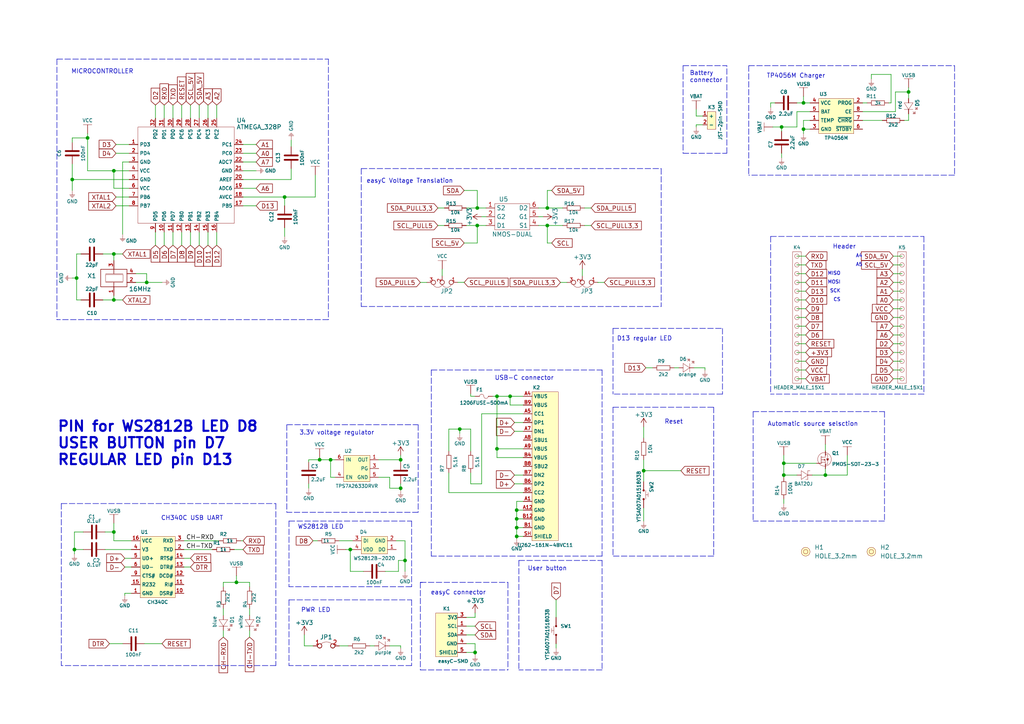
<source format=kicad_sch>
(kicad_sch (version 20210621) (generator eeschema)
  (paper "A4")
  (lib_symbols
    (symbol "e-radionica.com schematics:0402LED" (pin_numbers hide) (pin_names (offset 0.254) hide)
      (property "Reference" "D" (at -0.635 2.54 0))
      (property "Value" "0402LED" (at 0 -2.54 0))
      (symbol "0402LED_1_1"
        (pin passive line (at -1.905 0 0) (length 1.27) (name "A") (number "1"))
        (pin passive line (at 2.54 0 180) (length 1.27) (name "K") (number "2"))
      )
    )
    (symbol "e-radionica.com schematics:0402LED_1" (pin_numbers hide) (pin_names (offset 0.254) hide)
      (property "Reference" "D" (at -0.635 2.54 0))
      (property "Value" "0402LED" (at 0 -2.54 0))
      (symbol "0402LED_1_1_1"
        (pin passive line (at -1.905 0 0) (length 1.27) (name "A") (number "1"))
        (pin passive line (at 2.54 0 180) (length 1.27) (name "K") (number "2"))
      )
    )
    (symbol "e-radionica.com schematics:0402LED_3" (pin_numbers hide) (pin_names (offset 0.254) hide)
      (property "Reference" "D" (at -0.635 2.54 0))
      (property "Value" "0402LED" (at 0 -2.54 0))
      (symbol "0402LED_3_1_1"
        (pin passive line (at -1.905 0 0) (length 1.27) (name "A") (number "1"))
        (pin passive line (at 2.54 0 180) (length 1.27) (name "K") (number "2"))
      )
    )
    (symbol "e-radionica.com schematics:0402R" (pin_numbers hide) (pin_names (offset 0.254))
      (property "Reference" "R" (at -1.905 1.27 0))
      (property "Value" "0402R" (at 0 -1.27 0))
      (symbol "0402R_1_1"
        (pin passive line (at -3.175 0 0) (length 1.27) (name "~") (number "1"))
        (pin passive line (at 3.175 0 180) (length 1.27) (name "~") (number "2"))
      )
    )
    (symbol "e-radionica.com schematics:0402R_1" (pin_numbers hide) (pin_names (offset 0.254))
      (property "Reference" "R" (at -1.905 1.27 0))
      (property "Value" "0402R" (at 0 -1.27 0))
      (symbol "0402R_1_1_1"
        (pin passive line (at -3.175 0 0) (length 1.27) (name "~") (number "1"))
        (pin passive line (at 3.175 0 180) (length 1.27) (name "~") (number "2"))
      )
    )
    (symbol "e-radionica.com schematics:0402R_2" (pin_numbers hide) (pin_names (offset 0.254))
      (property "Reference" "R" (at -1.905 1.27 0))
      (property "Value" "0402R" (at 0 -1.27 0))
      (symbol "0402R_2_1_1"
        (pin passive line (at -3.175 0 0) (length 1.27) (name "~") (number "1"))
        (pin passive line (at 3.175 0 180) (length 1.27) (name "~") (number "2"))
      )
    )
    (symbol "e-radionica.com schematics:0603C" (pin_numbers hide) (pin_names (offset 0.002))
      (property "Reference" "C" (at -0.635 3.175 0))
      (property "Value" "0603C" (at 0 -3.175 0))
      (symbol "0603C_1_1"
        (pin passive line (at -3.175 0 0) (length 2.54) (name "~") (number "1"))
        (pin passive line (at 3.175 0 180) (length 2.54) (name "~") (number "2"))
      )
    )
    (symbol "e-radionica.com schematics:0603C_4" (pin_numbers hide) (pin_names (offset 0.002))
      (property "Reference" "C" (at -0.635 3.175 0))
      (property "Value" "0603C" (at 0 -3.175 0))
      (symbol "0603C_4_1_1"
        (pin passive line (at -3.175 0 0) (length 2.54) (name "~") (number "1"))
        (pin passive line (at 3.175 0 180) (length 2.54) (name "~") (number "2"))
      )
    )
    (symbol "e-radionica.com schematics:0603C_5" (pin_numbers hide) (pin_names (offset 0.002))
      (property "Reference" "C" (at -0.635 3.175 0))
      (property "Value" "0603C" (at 0 -3.175 0))
      (symbol "0603C_5_1_1"
        (pin passive line (at -3.175 0 0) (length 2.54) (name "~") (number "1"))
        (pin passive line (at 3.175 0 180) (length 2.54) (name "~") (number "2"))
      )
    )
    (symbol "e-radionica.com schematics:0603R" (pin_numbers hide) (pin_names (offset 0.254))
      (property "Reference" "R" (at -1.905 1.905 0))
      (property "Value" "0603R" (at 0 -1.905 0))
      (symbol "0603R_1_1"
        (pin passive line (at -3.175 0 0) (length 1.27) (name "~") (number "1"))
        (pin passive line (at 3.175 0 180) (length 1.27) (name "~") (number "2"))
      )
    )
    (symbol "e-radionica.com schematics:0603R_1" (pin_numbers hide) (pin_names (offset 0.254))
      (property "Reference" "R" (at -1.905 1.905 0))
      (property "Value" "0603R" (at 0 -1.905 0))
      (symbol "0603R_1_1_1"
        (pin passive line (at -3.175 0 0) (length 1.27) (name "~") (number "1"))
        (pin passive line (at 3.175 0 180) (length 1.27) (name "~") (number "2"))
      )
    )
    (symbol "e-radionica.com schematics:0603R_2" (pin_numbers hide) (pin_names (offset 0.254))
      (property "Reference" "R" (at -1.905 1.905 0))
      (property "Value" "0603R" (at 0 -1.905 0))
      (symbol "0603R_2_1_1"
        (pin passive line (at -3.175 0 0) (length 1.27) (name "~") (number "1"))
        (pin passive line (at 3.175 0 180) (length 1.27) (name "~") (number "2"))
      )
    )
    (symbol "e-radionica.com schematics:0603R_3" (pin_numbers hide) (pin_names (offset 0.254))
      (property "Reference" "R" (at -1.905 1.905 0))
      (property "Value" "0603R" (at 0 -1.905 0))
      (symbol "0603R_3_1_1"
        (pin passive line (at -3.175 0 0) (length 1.27) (name "~") (number "1"))
        (pin passive line (at 3.175 0 180) (length 1.27) (name "~") (number "2"))
      )
    )
    (symbol "e-radionica.com schematics:0603R_4" (pin_numbers hide) (pin_names (offset 0.254))
      (property "Reference" "R" (at -1.905 1.905 0))
      (property "Value" "0603R" (at 0 -1.905 0))
      (symbol "0603R_4_1_1"
        (pin passive line (at -3.175 0 0) (length 1.27) (name "~") (number "1"))
        (pin passive line (at 3.175 0 180) (length 1.27) (name "~") (number "2"))
      )
    )
    (symbol "e-radionica.com schematics:0603R_5" (pin_numbers hide) (pin_names (offset 0.254))
      (property "Reference" "R" (at -1.905 1.905 0))
      (property "Value" "0603R" (at 0 -1.905 0))
      (symbol "0603R_5_1_1"
        (pin passive line (at -3.175 0 0) (length 1.27) (name "~") (number "1"))
        (pin passive line (at 3.175 0 180) (length 1.27) (name "~") (number "2"))
      )
    )
    (symbol "e-radionica.com schematics:1206FUSE" (pin_numbers hide) (pin_names hide)
      (property "Reference" "F" (at -1.27 1.905 0))
      (property "Value" "1206FUSE" (at 0 -1.905 0))
      (symbol "1206FUSE_1_1"
        (pin passive line (at -2.54 0 0) (length 1.27) (name "~") (number "1"))
        (pin passive line (at 2.54 0 180) (length 1.27) (name "~") (number "2"))
      )
    )
    (symbol "e-radionica.com schematics:ATMEGA_328P"
      (property "Reference" "U" (at -12.7 15.24 0))
      (property "Value" "ATMEGA_328P" (at 0 -25.4 0))
      (symbol "ATMEGA_328P_1_1"
        (pin input line (at -16.51 8.89 0) (length 2.54) (name "PD3") (number "1"))
        (pin input line (at -6.35 -16.51 90) (length 2.54) (name "PD6") (number "10"))
        (pin input line (at -3.81 -16.51 90) (length 2.54) (name "PD7") (number "11"))
        (pin input line (at -1.27 -16.51 90) (length 2.54) (name "PB0") (number "12"))
        (pin input line (at 1.27 -16.51 90) (length 2.54) (name "PB1") (number "13"))
        (pin input line (at 3.81 -16.51 90) (length 2.54) (name "PB2") (number "14"))
        (pin input line (at 6.35 -16.51 90) (length 2.54) (name "PB3") (number "15"))
        (pin input line (at 8.89 -16.51 90) (length 2.54) (name "PB4") (number "16"))
        (pin input line (at 16.51 -8.89 180) (length 2.54) (name "PB5") (number "17"))
        (pin input line (at 16.51 -6.35 180) (length 2.54) (name "AVCC") (number "18"))
        (pin input line (at 16.51 -3.81 180) (length 2.54) (name "ADC6") (number "19"))
        (pin input line (at -16.51 6.35 0) (length 2.54) (name "PD4") (number "2"))
        (pin input line (at 16.51 -1.27 180) (length 2.54) (name "AREF") (number "20"))
        (pin passive line (at 16.51 1.27 180) (length 2.54) (name "GND") (number "21"))
        (pin input line (at 16.51 3.81 180) (length 2.54) (name "ADC7") (number "22"))
        (pin input line (at 16.51 6.35 180) (length 2.54) (name "PC0") (number "23"))
        (pin input line (at 16.51 8.89 180) (length 2.54) (name "PC1") (number "24"))
        (pin input line (at 8.89 16.51 270) (length 2.54) (name "PC2") (number "25"))
        (pin input line (at 6.35 16.51 270) (length 2.54) (name "PC3") (number "26"))
        (pin input line (at 3.81 16.51 270) (length 2.54) (name "PC4") (number "27"))
        (pin input line (at 1.27 16.51 270) (length 2.54) (name "PC5") (number "28"))
        (pin input line (at -1.27 16.51 270) (length 2.54) (name "PC6") (number "29"))
        (pin passive line (at -16.51 3.81 0) (length 2.54) (name "GND") (number "3"))
        (pin input line (at -3.81 16.51 270) (length 2.54) (name "PD0") (number "30"))
        (pin input line (at -6.35 16.51 270) (length 2.54) (name "PD1") (number "31"))
        (pin input line (at -8.89 16.51 270) (length 2.54) (name "PD2") (number "32"))
        (pin input line (at -16.51 1.27 0) (length 2.54) (name "VCC") (number "4"))
        (pin passive line (at -16.51 -1.27 0) (length 2.54) (name "GND") (number "5"))
        (pin input line (at -16.51 -3.81 0) (length 2.54) (name "VCC") (number "6"))
        (pin input line (at -16.51 -6.35 0) (length 2.54) (name "PB6") (number "7"))
        (pin input line (at -16.51 -8.89 0) (length 2.54) (name "PB7") (number "8"))
        (pin input line (at -8.89 -16.51 90) (length 2.54) (name "PD5") (number "9"))
      )
    )
    (symbol "e-radionica.com schematics:BAT20J" (pin_numbers hide) (pin_names hide)
      (property "Reference" "D" (at 0 2.54 0))
      (property "Value" "BAT20J" (at 0 -2.54 0))
      (symbol "BAT20J_1_1"
        (pin passive line (at -1.905 0 0) (length 1.27) (name "A") (number "1"))
        (pin passive line (at 2.54 0 180) (length 1.27) (name "K") (number "2"))
      )
    )
    (symbol "e-radionica.com schematics:CH340C"
      (property "Reference" "U" (at -3.81 10.16 0))
      (property "Value" "CH340C" (at 0 -10.16 0))
      (symbol "CH340C_1_1"
        (pin passive line (at -7.62 -7.62 0) (length 2.54) (name "GND") (number "1"))
        (pin passive line (at 7.62 -7.62 180) (length 2.54) (name "DSR#") (number "10"))
        (pin passive line (at 7.62 -5.08 180) (length 2.54) (name "RI#") (number "11"))
        (pin passive line (at 7.62 -2.54 180) (length 2.54) (name "DCD#") (number "12"))
        (pin passive line (at 7.62 0 180) (length 2.54) (name "DTR#") (number "13"))
        (pin passive line (at 7.62 2.54 180) (length 2.54) (name "RTS#") (number "14"))
        (pin passive line (at -7.62 -5.08 0) (length 2.54) (name "R232") (number "15"))
        (pin passive line (at -7.62 7.62 0) (length 2.54) (name "VCC") (number "16"))
        (pin passive line (at 7.62 5.08 180) (length 2.54) (name "TXD") (number "2"))
        (pin passive line (at 7.62 7.62 180) (length 2.54) (name "RXD") (number "3"))
        (pin passive line (at -7.62 5.08 0) (length 2.54) (name "V3") (number "4"))
        (pin passive line (at -7.62 2.54 0) (length 2.54) (name "UD+") (number "5"))
        (pin passive line (at -7.62 0 0) (length 2.54) (name "UD-") (number "6"))
        (pin passive line (at -7.62 -2.54 0) (length 2.54) (name "CTS#") (number "9"))
      )
    )
    (symbol "e-radionica.com schematics:CRYSTAL_3225_4_PAD"
      (property "Reference" "X" (at 0 7.112 0))
      (property "Value" "CRYSTAL_3225_4_PAD" (at 0 5.334 0))
      (symbol "CRYSTAL_3225_4_PAD_1_1"
        (pin passive line (at -5.08 0 0) (length 2.54) (name "") (number "1"))
        (pin power_in line (at -1.27 -6.35 90) (length 2.54) (name "") (number "2"))
        (pin output line (at 5.08 0 180) (length 2.54) (name "") (number "3"))
        (pin power_in line (at 1.27 -6.35 90) (length 2.54) (name "") (number "4"))
      )
    )
    (symbol "e-radionica.com schematics:GND" (power) (pin_names (offset 0))
      (property "Value" "GND" (at 0 -2.921 0))
      (symbol "GND_1_1"
        (pin power_in line (at 0 0 270) (length 0) hide (name "GND") (number "1"))
      )
    )
    (symbol "e-radionica.com schematics:GND_1" (power) (pin_names (offset 0))
      (property "Value" "GND" (at 0 -2.921 0))
      (symbol "GND_1_1_1"
        (pin power_in line (at 0 0 270) (length 0) hide (name "GND") (number "1"))
      )
    )
    (symbol "e-radionica.com schematics:GND_2" (power) (pin_names (offset 0))
      (property "Value" "GND" (at 0 -2.921 0))
      (symbol "GND_2_1_1"
        (pin power_in line (at 0 0 270) (length 0) hide (name "GND") (number "1"))
      )
    )
    (symbol "e-radionica.com schematics:GND_3" (power) (pin_names (offset 0))
      (property "Value" "GND" (at 0 -2.921 0))
      (symbol "GND_3_1_1"
        (pin power_in line (at 0 0 270) (length 0) hide (name "GND") (number "1"))
      )
    )
    (symbol "e-radionica.com schematics:GND_4" (power) (pin_names (offset 0))
      (property "Value" "GND" (at 0 -2.921 0))
      (symbol "GND_4_1_1"
        (pin power_in line (at 0 0 270) (length 0) hide (name "GND") (number "1"))
      )
    )
    (symbol "e-radionica.com schematics:GND_5" (power) (pin_names (offset 0))
      (property "Value" "GND" (at 0 -2.921 0))
      (symbol "GND_5_1_1"
        (pin power_in line (at 0 0 270) (length 0) hide (name "GND") (number "1"))
      )
    )
    (symbol "e-radionica.com schematics:GND_7" (power) (pin_names (offset 0))
      (property "Value" "GND" (at 0 -2.921 0))
      (symbol "GND_7_1_1"
        (pin power_in line (at 0 0 270) (length 0) hide (name "GND") (number "1"))
      )
    )
    (symbol "e-radionica.com schematics:GND_8" (power) (pin_names (offset 0))
      (property "Value" "GND" (at 0 -2.921 0))
      (symbol "GND_8_1_1"
        (pin power_in line (at 0 0 270) (length 0) hide (name "GND") (number "1"))
      )
    )
    (symbol "e-radionica.com schematics:HEADER_MALE_15X1" (pin_numbers hide) (pin_names hide)
      (property "Reference" "K" (at -0.635 20.32 0))
      (property "Value" "HEADER_MALE_15X1" (at 1.27 -20.32 0))
      (symbol "HEADER_MALE_15X1_1_1"
        (pin passive line (at 0 -17.78 180) (length 0) (name "~") (number "1"))
        (pin passive line (at 0 5.08 180) (length 0) (name "~") (number "10"))
        (pin passive line (at 0 7.62 180) (length 0) (name "~") (number "11"))
        (pin passive line (at 0 10.16 180) (length 0) (name "~") (number "12"))
        (pin passive line (at 0 12.7 180) (length 0) (name "~") (number "13"))
        (pin passive line (at 0 15.24 180) (length 0) (name "~") (number "14"))
        (pin passive line (at 0 17.78 180) (length 0) (name "~") (number "15"))
        (pin passive line (at 0 -15.24 180) (length 0) (name "~") (number "2"))
        (pin passive line (at 0 -12.7 180) (length 0) (name "~") (number "3"))
        (pin passive line (at 0 -10.16 180) (length 0) (name "~") (number "4"))
        (pin passive line (at 0 -7.62 180) (length 0) (name "~") (number "5"))
        (pin passive line (at 0 -5.08 180) (length 0) (name "~") (number "6"))
        (pin passive line (at 0 -2.54 180) (length 0) (name "~") (number "7"))
        (pin passive line (at 0 0 180) (length 0) (name "~") (number "8"))
        (pin passive line (at 0 2.54 180) (length 0) (name "~") (number "9"))
      )
    )
    (symbol "e-radionica.com schematics:HOLE_3.2mm" (pin_numbers hide) (pin_names hide)
      (property "Reference" "H" (at 0 2.54 0))
      (property "Value" "HOLE_3.2mm" (at 0 -2.54 0))
    )
    (symbol "e-radionica.com schematics:JST-2pin-SMD"
      (property "Reference" "K" (at -1.27 5.08 0))
      (property "Value" "JST-2pin-SMD" (at 0 -2.54 0))
      (symbol "JST-2pin-SMD_1_1"
        (pin passive line (at 1.27 0 180) (length 1.27) (name "+") (number "1"))
        (pin passive line (at 1.27 2.54 180) (length 1.27) (name "-") (number "2"))
      )
    )
    (symbol "e-radionica.com schematics:NMOS-DUAL"
      (property "Reference" "U" (at -3.81 5.08 0))
      (property "Value" "NMOS-DUAL" (at 0 -5.08 0))
      (symbol "NMOS-DUAL_1_1"
        (pin input line (at -7.62 2.54 0) (length 2.54) (name "S2") (number "1"))
        (pin input line (at -7.62 0 0) (length 2.54) (name "G2") (number "2"))
        (pin input line (at -7.62 -2.54 0) (length 2.54) (name "D1") (number "3"))
        (pin input line (at 7.62 -2.54 180) (length 2.54) (name "S1") (number "4"))
        (pin input line (at 7.62 0 180) (length 2.54) (name "G1") (number "5"))
        (pin input line (at 7.62 2.54 180) (length 2.54) (name "D2") (number "6"))
      )
    )
    (symbol "e-radionica.com schematics:PMOS-SOT-23-3" (pin_numbers hide) (pin_names hide)
      (property "Reference" "Q" (at -0.762 3.302 0))
      (property "Value" "PMOS-SOT-23-3" (at 0.381 -4.064 0))
      (symbol "PMOS-SOT-23-3_1_1"
        (pin passive line (at -1.27 -1.016 0) (length 1.27) (name "G") (number "1"))
        (pin passive line (at 1.27 -2.54 90) (length 1.27) (name "S") (number "2"))
        (pin passive line (at 1.27 2.54 270) (length 1.27) (name "D") (number "3"))
      )
    )
    (symbol "e-radionica.com schematics:SMD-JUMPER-CONNECTED_TRACE_SLODERMASK"
      (property "Reference" "JP" (at 0 3.556 0))
      (property "Value" "SMD-JUMPER-CONNECTED_TRACE_SLODERMASK" (at 0 -2.54 0))
      (symbol "SMD-JUMPER-CONNECTED_TRACE_SLODERMASK_1_1"
        (pin passive inverted (at -4.064 0 0) (length 2.54) (name "") (number "1"))
        (pin passive inverted (at 3.556 0 180) (length 2.54) (name "") (number "2"))
      )
    )
    (symbol "e-radionica.com schematics:SMD_JUMPER_3_PAD_TRACE"
      (property "Reference" "JP" (at 0.0254 5.461 0))
      (property "Value" "SMD_JUMPER_3_PAD_TRACE" (at 0.3048 -4.572 0))
      (symbol "SMD_JUMPER_3_PAD_TRACE_1_1"
        (pin passive inverted (at -4.5212 -0.0254 0) (length 2.54) (name "") (number "1"))
        (pin passive inverted (at 0.0254 -1.9304 90) (length 2.54) (name "") (number "2"))
        (pin passive inverted (at 4.4704 0 180) (length 2.54) (name "") (number "3"))
      )
    )
    (symbol "e-radionica.com schematics:TP4056M"
      (property "Reference" "U" (at -3.81 5.08 0))
      (property "Value" "TP4056M" (at 0 -7.62 0))
      (symbol "TP4056M_1_1"
        (pin passive line (at -7.62 -2.54 0) (length 2.54) (name "TEMP") (number "1"))
        (pin passive line (at 7.62 2.54 180) (length 2.54) (name "PROG") (number "2"))
        (pin passive line (at -7.62 -5.08 0) (length 2.54) (name "GND") (number "3"))
        (pin passive line (at -7.62 2.54 0) (length 2.54) (name "VCC") (number "4"))
        (pin passive line (at -7.62 0 0) (length 2.54) (name "BAT") (number "5"))
        (pin passive line (at 7.62 -5.08 180) (length 2.54) (name "~{STDBY}") (number "6"))
        (pin passive line (at 7.62 -2.54 180) (length 2.54) (name "~{CHRG}") (number "7"))
        (pin passive line (at 7.62 0 180) (length 2.54) (name "CE") (number "8"))
      )
    )
    (symbol "e-radionica.com schematics:TPS7A2633DRVR"
      (property "Reference" "U" (at -3.175 5.08 0))
      (property "Value" "TPS7A2633DRVR" (at 0 -5.08 0))
      (symbol "TPS7A2633DRVR_1_1"
        (pin passive line (at 6.35 2.54 180) (length 2.54) (name "OUT") (number "1"))
        (pin passive line (at 6.35 0 180) (length 2.54) (name "PG") (number "3"))
        (pin passive line (at -6.35 -2.54 0) (length 2.54) (name "EN") (number "4"))
        (pin passive line (at 6.35 -2.54 180) (length 2.54) (name "GND") (number "5"))
        (pin passive line (at -6.35 2.54 0) (length 2.54) (name "IN") (number "6"))
      )
    )
    (symbol "e-radionica.com schematics:U262-161N-4BVC11"
      (property "Reference" "K" (at 0 22.86 0))
      (property "Value" "U262-161N-4BVC11" (at 2.54 -22.86 0))
      (symbol "U262-161N-4BVC11_1_1"
        (pin passive line (at -3.81 -10.16 0) (length 2.54) (name "GND") (number "A1"))
        (pin passive line (at -3.81 -12.7 0) (length 2.54) (name "GND") (number "A12"))
        (pin passive line (at -3.81 20.32 0) (length 2.54) (name "VBUS") (number "A4"))
        (pin passive line (at -3.81 15.24 0) (length 2.54) (name "CC1") (number "A5"))
        (pin passive line (at -3.81 12.7 0) (length 2.54) (name "DP1") (number "A6"))
        (pin passive line (at -3.81 10.16 0) (length 2.54) (name "DN1") (number "A7"))
        (pin passive line (at -3.81 7.62 0) (length 2.54) (name "SBU1") (number "A8"))
        (pin passive line (at -3.81 5.08 0) (length 2.54) (name "VBUS") (number "A9"))
        (pin passive line (at -3.81 -17.78 0) (length 2.54) (name "GND") (number "B1"))
        (pin passive line (at -3.81 -15.24 0) (length 2.54) (name "GND") (number "B12"))
        (pin passive line (at -3.81 2.54 0) (length 2.54) (name "VBUS") (number "B4"))
        (pin passive line (at -3.81 -7.62 0) (length 2.54) (name "CC2") (number "B5"))
        (pin passive line (at -3.81 -5.08 0) (length 2.54) (name "DP2") (number "B6"))
        (pin passive line (at -3.81 -2.54 0) (length 2.54) (name "DN2") (number "B7"))
        (pin passive line (at -3.81 0 0) (length 2.54) (name "SBU2") (number "B8"))
        (pin passive line (at -3.81 17.78 0) (length 2.54) (name "VBUS") (number "B9"))
        (pin passive line (at -3.81 -20.32 0) (length 2.54) (name "SHIELD") (number "SH"))
      )
    )
    (symbol "e-radionica.com schematics:VBAT" (power) (pin_names (offset 0))
      (property "Value" "VBAT" (at 0 3.556 0))
      (symbol "VBAT_1_1"
        (pin power_in line (at 0 0 90) (length 0) hide (name "VBAT") (number "1"))
      )
    )
    (symbol "e-radionica.com schematics:VCC" (power) (pin_names (offset 0))
      (property "Value" "VCC" (at 0 3.556 0))
      (symbol "VCC_1_1"
        (pin power_in line (at 0 0 90) (length 0) hide (name "VCC") (number "1"))
      )
    )
    (symbol "e-radionica.com schematics:VUSB" (power) (pin_names (offset 0))
      (property "Value" "VUSB" (at 0 3.556 0))
      (symbol "VUSB_1_1"
        (pin power_in line (at 0 0 90) (length 0) hide (name "VUSB") (number "1"))
      )
    )
    (symbol "e-radionica.com schematics:VUSB_1" (power) (pin_names (offset 0))
      (property "Value" "VUSB" (at 0 3.556 0))
      (symbol "VUSB_1_1_1"
        (pin power_in line (at 0 0 90) (length 0) hide (name "VUSB") (number "1"))
      )
    )
    (symbol "e-radionica.com schematics:VUSB_2" (power) (pin_names (offset 0))
      (property "Value" "VUSB" (at 0 3.556 0))
      (symbol "VUSB_2_1_1"
        (pin power_in line (at 0 0 90) (length 0) hide (name "VUSB") (number "1"))
      )
    )
    (symbol "e-radionica.com schematics:VUSB_3" (power) (pin_names (offset 0))
      (property "Value" "VUSB" (at 0 3.556 0))
      (symbol "VUSB_3_1_1"
        (pin power_in line (at 0 0 90) (length 0) hide (name "VUSB") (number "1"))
      )
    )
    (symbol "e-radionica.com schematics:VUSB_4" (power) (pin_names (offset 0))
      (property "Value" "VUSB" (at 0 3.556 0))
      (symbol "VUSB_4_1_1"
        (pin power_in line (at 0 0 90) (length 0) hide (name "VUSB") (number "1"))
      )
    )
    (symbol "e-radionica.com schematics:WS2812B-2020"
      (property "Reference" "D" (at -2.54 3.81 0))
      (property "Value" "WS2812B-2020" (at 0 -3.81 0))
      (symbol "WS2812B-2020_1_1"
        (pin passive line (at 6.35 -1.27 180) (length 2.54) (name "DO") (number "1"))
        (pin passive line (at 6.35 1.27 180) (length 2.54) (name "GND") (number "2"))
        (pin passive line (at -6.35 1.27 0) (length 2.54) (name "DI") (number "3"))
        (pin passive line (at -6.35 -1.27 0) (length 2.54) (name "VDD") (number "4"))
      )
    )
    (symbol "e-radionica.com schematics:YTSA007A0151803B" (pin_numbers hide) (pin_names hide)
      (property "Reference" "SW" (at -1.016 2.286 0))
      (property "Value" "YTSA007A0151803B" (at 1.778 -2.032 0))
      (symbol "YTSA007A0151803B_1_1"
        (pin passive line (at -2.54 0 0) (length 2.54) (name "~") (number "1"))
        (pin passive line (at 5.08 0 180) (length 2.54) (name "~") (number "2"))
      )
    )
    (symbol "e-radionica.com schematics:easyC-SMD" (pin_names (offset 0.002))
      (property "Reference" "K" (at -2.54 10.16 0))
      (property "Value" "easyC-SMD" (at 0 -5.08 0))
      (symbol "easyC-SMD_1_1"
        (pin passive line (at 5.715 5.08 180) (length 2.54) (name "SCL") (number "1"))
        (pin passive line (at 5.715 2.54 180) (length 2.54) (name "SDA") (number "2"))
        (pin passive line (at 5.715 7.62 180) (length 2.54) (name "3V3") (number "3"))
        (pin passive line (at 5.715 0 180) (length 2.54) (name "GND") (number "4"))
        (pin passive line (at 5.715 -2.54 180) (length 2.54) (name "SHIELD") (number "5"))
      )
    )
    (symbol "power:+3V3" (power) (pin_names (offset 0))
      (property "Value" "+3V3" (at 0 3.556 0))
      (symbol "+3V3_1_1"
        (pin power_in line (at 0 0 90) (length 0) hide (name "+3V3") (number "1"))
      )
    )
  )
  (junction (at 20.955 52.07) (diameter 0.9144))
  (junction (at 21.59 159.385) (diameter 0.9144))
  (junction (at 22.225 80.645) (diameter 0.9144))
  (junction (at 25.4 40.005) (diameter 0.9144))
  (junction (at 33.02 49.53) (diameter 0.9144))
  (junction (at 33.02 73.66) (diameter 0.9144))
  (junction (at 33.02 86.995) (diameter 0.9144))
  (junction (at 33.02 154.305) (diameter 0.9144))
  (junction (at 42.545 81.915) (diameter 0.9144))
  (junction (at 68.58 168.91) (diameter 0.9144))
  (junction (at 82.55 57.15) (diameter 0.9144))
  (junction (at 92.71 133.35) (diameter 0.9144))
  (junction (at 95.885 133.35) (diameter 0.9144))
  (junction (at 101.6 159.385) (diameter 0.9144))
  (junction (at 116.205 133.35) (diameter 0.9144))
  (junction (at 116.205 141.605) (diameter 0.9144))
  (junction (at 117.475 162.56) (diameter 0.9144))
  (junction (at 133.35 124.46) (diameter 0.9144))
  (junction (at 137.795 189.23) (diameter 0.9144))
  (junction (at 138.43 60.325) (diameter 0.9144))
  (junction (at 138.43 65.405) (diameter 0.9144))
  (junction (at 144.145 114.935) (diameter 0.9144))
  (junction (at 144.145 130.175) (diameter 0.9144))
  (junction (at 147.955 114.935) (diameter 0.9144))
  (junction (at 149.86 147.955) (diameter 0.9144))
  (junction (at 149.86 150.495) (diameter 0.9144))
  (junction (at 149.86 153.035) (diameter 0.9144))
  (junction (at 149.86 155.575) (diameter 0.9144))
  (junction (at 158.75 60.325) (diameter 0.9144))
  (junction (at 158.75 65.405) (diameter 0.9144))
  (junction (at 186.69 136.525) (diameter 0.9144))
  (junction (at 226.695 36.83) (diameter 0.9144))
  (junction (at 227.33 134.366) (diameter 0.9144))
  (junction (at 227.33 137.795) (diameter 0.9144))
  (junction (at 233.045 29.845) (diameter 0.9144))
  (junction (at 233.045 37.465) (diameter 0.9144))
  (junction (at 239.395 137.795) (diameter 0.9144))
  (junction (at 263.525 26.67) (diameter 0.9144))
  (wire (pts (xy 20.955 40.005) (xy 25.4 40.005)))
  (wire (pts (xy 20.955 41.275) (xy 20.955 40.005)))
  (wire (pts (xy 20.955 47.625) (xy 20.955 52.07)))
  (wire (pts (xy 20.955 52.07) (xy 37.465 52.07)))
  (wire (pts (xy 20.955 55.245) (xy 20.955 52.07)))
  (wire (pts (xy 20.955 80.645) (xy 22.225 80.645)))
  (wire (pts (xy 21.59 154.305) (xy 21.59 159.385)))
  (wire (pts (xy 21.59 159.385) (xy 21.59 160.655)))
  (wire (pts (xy 22.225 73.66) (xy 22.225 80.645)))
  (wire (pts (xy 22.225 73.66) (xy 23.495 73.66)))
  (wire (pts (xy 22.225 80.645) (xy 22.225 86.995)))
  (wire (pts (xy 22.225 86.995) (xy 23.495 86.995)))
  (wire (pts (xy 24.13 154.305) (xy 21.59 154.305)))
  (wire (pts (xy 24.13 159.385) (xy 21.59 159.385)))
  (wire (pts (xy 25.4 38.735) (xy 25.4 40.005)))
  (wire (pts (xy 25.4 40.005) (xy 25.4 49.53)))
  (wire (pts (xy 25.4 49.53) (xy 33.02 49.53)))
  (wire (pts (xy 29.845 73.66) (xy 33.02 73.66)))
  (wire (pts (xy 29.845 86.995) (xy 33.02 86.995)))
  (wire (pts (xy 30.48 154.305) (xy 33.02 154.305)))
  (wire (pts (xy 30.48 159.385) (xy 38.1 159.385)))
  (wire (pts (xy 31.75 186.69) (xy 35.56 186.69)))
  (wire (pts (xy 33.02 49.53) (xy 37.465 49.53)))
  (wire (pts (xy 33.02 54.61) (xy 33.02 49.53)))
  (wire (pts (xy 33.02 73.66) (xy 33.02 75.565)))
  (wire (pts (xy 33.02 73.66) (xy 35.56 73.66)))
  (wire (pts (xy 33.02 85.725) (xy 33.02 86.995)))
  (wire (pts (xy 33.02 86.995) (xy 35.56 86.995)))
  (wire (pts (xy 33.02 154.305) (xy 33.02 151.765)))
  (wire (pts (xy 33.02 156.845) (xy 33.02 154.305)))
  (wire (pts (xy 35.56 46.99) (xy 35.56 67.945)))
  (wire (pts (xy 36.195 161.925) (xy 38.1 161.925)))
  (wire (pts (xy 36.195 164.465) (xy 38.1 164.465)))
  (wire (pts (xy 36.195 172.085) (xy 36.195 172.72)))
  (wire (pts (xy 37.465 41.91) (xy 33.655 41.91)))
  (wire (pts (xy 37.465 44.45) (xy 33.655 44.45)))
  (wire (pts (xy 37.465 46.99) (xy 35.56 46.99)))
  (wire (pts (xy 37.465 54.61) (xy 33.02 54.61)))
  (wire (pts (xy 37.465 57.15) (xy 33.655 57.15)))
  (wire (pts (xy 37.465 59.69) (xy 33.655 59.69)))
  (wire (pts (xy 38.1 156.845) (xy 33.02 156.845)))
  (wire (pts (xy 38.1 172.085) (xy 36.195 172.085)))
  (wire (pts (xy 39.37 79.375) (xy 42.545 79.375)))
  (wire (pts (xy 41.91 186.69) (xy 46.99 186.69)))
  (wire (pts (xy 42.545 79.375) (xy 42.545 81.915)))
  (wire (pts (xy 42.545 81.915) (xy 39.37 81.915)))
  (wire (pts (xy 42.545 81.915) (xy 46.99 81.915)))
  (wire (pts (xy 45.085 30.48) (xy 45.085 34.29)))
  (wire (pts (xy 45.085 71.12) (xy 45.085 67.31)))
  (wire (pts (xy 47.625 30.48) (xy 47.625 34.29)))
  (wire (pts (xy 47.625 71.12) (xy 47.625 67.31)))
  (wire (pts (xy 50.165 30.48) (xy 50.165 34.29)))
  (wire (pts (xy 50.165 71.12) (xy 50.165 67.31)))
  (wire (pts (xy 52.705 30.48) (xy 52.705 34.29)))
  (wire (pts (xy 52.705 71.12) (xy 52.705 67.31)))
  (wire (pts (xy 53.34 156.845) (xy 63.5 156.845)))
  (wire (pts (xy 53.34 159.385) (xy 61.595 159.385)))
  (wire (pts (xy 53.34 161.925) (xy 55.245 161.925)))
  (wire (pts (xy 53.34 164.465) (xy 55.245 164.465)))
  (wire (pts (xy 55.245 30.48) (xy 55.245 34.29)))
  (wire (pts (xy 55.245 71.12) (xy 55.245 67.31)))
  (wire (pts (xy 57.785 30.48) (xy 57.785 34.29)))
  (wire (pts (xy 57.785 71.12) (xy 57.785 67.31)))
  (wire (pts (xy 60.325 30.48) (xy 60.325 34.29)))
  (wire (pts (xy 60.325 71.12) (xy 60.325 67.31)))
  (wire (pts (xy 62.865 30.48) (xy 62.865 34.29)))
  (wire (pts (xy 62.865 71.12) (xy 62.865 67.31)))
  (wire (pts (xy 64.77 168.91) (xy 68.58 168.91)))
  (wire (pts (xy 64.77 170.18) (xy 64.77 168.91)))
  (wire (pts (xy 64.77 176.53) (xy 64.77 178.435)))
  (wire (pts (xy 64.77 182.88) (xy 64.77 184.785)))
  (wire (pts (xy 67.945 159.385) (xy 70.485 159.385)))
  (wire (pts (xy 68.58 167.005) (xy 68.58 168.91)))
  (wire (pts (xy 69.85 156.845) (xy 70.485 156.845)))
  (wire (pts (xy 70.485 41.91) (xy 74.295 41.91)))
  (wire (pts (xy 70.485 44.45) (xy 74.295 44.45)))
  (wire (pts (xy 70.485 46.99) (xy 74.295 46.99)))
  (wire (pts (xy 70.485 49.53) (xy 74.295 49.53)))
  (wire (pts (xy 70.485 52.07) (xy 84.455 52.07)))
  (wire (pts (xy 70.485 57.15) (xy 82.55 57.15)))
  (wire (pts (xy 72.39 168.91) (xy 68.58 168.91)))
  (wire (pts (xy 72.39 170.18) (xy 72.39 168.91)))
  (wire (pts (xy 72.39 176.53) (xy 72.39 178.435)))
  (wire (pts (xy 72.39 182.88) (xy 72.39 184.785)))
  (wire (pts (xy 74.295 54.61) (xy 70.485 54.61)))
  (wire (pts (xy 74.295 59.69) (xy 70.485 59.69)))
  (wire (pts (xy 82.55 57.15) (xy 82.55 59.69)))
  (wire (pts (xy 82.55 57.15) (xy 91.44 57.15)))
  (wire (pts (xy 82.55 66.04) (xy 82.55 68.58)))
  (wire (pts (xy 84.455 40.64) (xy 84.455 42.545)))
  (wire (pts (xy 84.455 52.07) (xy 84.455 48.895)))
  (wire (pts (xy 88.265 187.325) (xy 88.265 184.15)))
  (wire (pts (xy 89.535 133.35) (xy 92.71 133.35)))
  (wire (pts (xy 89.535 133.985) (xy 89.535 133.35)))
  (wire (pts (xy 89.535 140.335) (xy 89.535 141.605)))
  (wire (pts (xy 90.805 156.845) (xy 92.075 156.845)))
  (wire (pts (xy 90.805 187.325) (xy 88.265 187.325)))
  (wire (pts (xy 91.44 50.8) (xy 91.44 57.15)))
  (wire (pts (xy 92.71 133.35) (xy 92.71 132.715)))
  (wire (pts (xy 95.885 133.35) (xy 92.71 133.35)))
  (wire (pts (xy 95.885 138.43) (xy 95.885 133.35)))
  (wire (pts (xy 97.155 133.35) (xy 95.885 133.35)))
  (wire (pts (xy 97.155 138.43) (xy 95.885 138.43)))
  (wire (pts (xy 98.425 156.845) (xy 102.235 156.845)))
  (wire (pts (xy 98.425 187.325) (xy 100.965 187.325)))
  (wire (pts (xy 100.33 159.385) (xy 101.6 159.385)))
  (wire (pts (xy 101.6 159.385) (xy 102.235 159.385)))
  (wire (pts (xy 101.6 165.735) (xy 101.6 159.385)))
  (wire (pts (xy 105.41 165.735) (xy 101.6 165.735)))
  (wire (pts (xy 107.315 187.325) (xy 108.585 187.325)))
  (wire (pts (xy 109.855 133.35) (xy 116.205 133.35)))
  (wire (pts (xy 109.855 138.43) (xy 113.03 138.43)))
  (wire (pts (xy 111.76 165.735) (xy 115.57 165.735)))
  (wire (pts (xy 113.03 138.43) (xy 113.03 141.605)))
  (wire (pts (xy 113.03 141.605) (xy 116.205 141.605)))
  (wire (pts (xy 113.03 187.325) (xy 116.205 187.325)))
  (wire (pts (xy 114.935 156.845) (xy 117.475 156.845)))
  (wire (pts (xy 115.57 162.56) (xy 117.475 162.56)))
  (wire (pts (xy 115.57 165.735) (xy 115.57 162.56)))
  (wire (pts (xy 116.205 132.08) (xy 116.205 133.35)))
  (wire (pts (xy 116.205 133.35) (xy 116.205 133.985)))
  (wire (pts (xy 116.205 140.335) (xy 116.205 141.605)))
  (wire (pts (xy 116.205 141.605) (xy 116.205 142.24)))
  (wire (pts (xy 116.205 187.325) (xy 116.205 187.96)))
  (wire (pts (xy 117.475 156.845) (xy 117.475 162.56)))
  (wire (pts (xy 117.475 162.56) (xy 117.475 165.735)))
  (wire (pts (xy 121.92 81.915) (xy 123.7996 81.915)))
  (wire (pts (xy 127 60.325) (xy 128.905 60.325)))
  (wire (pts (xy 127 65.405) (xy 128.905 65.405)))
  (wire (pts (xy 128.2446 78.105) (xy 128.27 78.105)))
  (wire (pts (xy 128.2446 79.9846) (xy 128.2446 78.105)))
  (wire (pts (xy 130.175 124.46) (xy 130.175 130.81)))
  (wire (pts (xy 130.175 124.46) (xy 133.35 124.46)))
  (wire (pts (xy 130.175 137.16) (xy 130.175 142.875)))
  (wire (pts (xy 132.7912 81.8896) (xy 134.62 81.8896)))
  (wire (pts (xy 133.35 124.46) (xy 133.35 125.73)))
  (wire (pts (xy 133.35 124.46) (xy 136.525 124.46)))
  (wire (pts (xy 134.62 55.245) (xy 138.43 55.245)))
  (wire (pts (xy 134.62 70.485) (xy 138.43 70.485)))
  (wire (pts (xy 134.62 81.8896) (xy 134.62 81.915)))
  (wire (pts (xy 135.255 60.325) (xy 138.43 60.325)))
  (wire (pts (xy 135.255 65.405) (xy 138.43 65.405)))
  (wire (pts (xy 135.255 179.07) (xy 137.795 179.07)))
  (wire (pts (xy 135.255 181.61) (xy 137.795 181.61)))
  (wire (pts (xy 135.255 184.15) (xy 137.795 184.15)))
  (wire (pts (xy 135.255 186.69) (xy 137.795 186.69)))
  (wire (pts (xy 135.255 189.23) (xy 137.795 189.23)))
  (wire (pts (xy 136.525 114.935) (xy 136.525 114.3)))
  (wire (pts (xy 136.525 124.46) (xy 136.525 130.81)))
  (wire (pts (xy 136.525 137.16) (xy 136.525 140.335)))
  (wire (pts (xy 136.525 140.335) (xy 139.7 140.335)))
  (wire (pts (xy 137.795 114.935) (xy 136.525 114.935)))
  (wire (pts (xy 137.795 179.07) (xy 137.795 177.8)))
  (wire (pts (xy 137.795 186.69) (xy 137.795 189.23)))
  (wire (pts (xy 137.795 189.23) (xy 137.795 189.865)))
  (wire (pts (xy 138.43 55.245) (xy 138.43 60.325)))
  (wire (pts (xy 138.43 60.325) (xy 140.97 60.325)))
  (wire (pts (xy 138.43 65.405) (xy 140.97 65.405)))
  (wire (pts (xy 138.43 70.485) (xy 138.43 65.405)))
  (wire (pts (xy 139.7 62.865) (xy 140.97 62.865)))
  (wire (pts (xy 139.7 120.015) (xy 151.765 120.015)))
  (wire (pts (xy 139.7 140.335) (xy 139.7 120.015)))
  (wire (pts (xy 142.875 114.935) (xy 144.145 114.935)))
  (wire (pts (xy 144.145 114.935) (xy 147.955 114.935)))
  (wire (pts (xy 144.145 130.175) (xy 144.145 114.935)))
  (wire (pts (xy 144.145 130.175) (xy 144.145 132.715)))
  (wire (pts (xy 144.145 130.175) (xy 151.765 130.175)))
  (wire (pts (xy 147.955 114.935) (xy 151.765 114.935)))
  (wire (pts (xy 147.955 117.475) (xy 147.955 114.935)))
  (wire (pts (xy 149.225 122.555) (xy 151.765 122.555)))
  (wire (pts (xy 149.225 125.095) (xy 151.765 125.095)))
  (wire (pts (xy 149.225 137.795) (xy 151.765 137.795)))
  (wire (pts (xy 149.225 140.335) (xy 151.765 140.335)))
  (wire (pts (xy 149.86 145.415) (xy 149.86 147.955)))
  (wire (pts (xy 149.86 147.955) (xy 149.86 150.495)))
  (wire (pts (xy 149.86 147.955) (xy 151.765 147.955)))
  (wire (pts (xy 149.86 150.495) (xy 149.86 153.035)))
  (wire (pts (xy 149.86 150.495) (xy 151.765 150.495)))
  (wire (pts (xy 149.86 153.035) (xy 149.86 155.575)))
  (wire (pts (xy 149.86 153.035) (xy 151.765 153.035)))
  (wire (pts (xy 149.86 155.575) (xy 149.86 156.21)))
  (wire (pts (xy 151.765 117.475) (xy 147.955 117.475)))
  (wire (pts (xy 151.765 132.715) (xy 144.145 132.715)))
  (wire (pts (xy 151.765 142.875) (xy 130.175 142.875)))
  (wire (pts (xy 151.765 145.415) (xy 149.86 145.415)))
  (wire (pts (xy 151.765 155.575) (xy 149.86 155.575)))
  (wire (pts (xy 156.21 60.325) (xy 158.75 60.325)))
  (wire (pts (xy 156.21 62.865) (xy 157.48 62.865)))
  (wire (pts (xy 156.21 65.405) (xy 158.75 65.405)))
  (wire (pts (xy 158.75 55.245) (xy 158.75 60.325)))
  (wire (pts (xy 158.75 60.325) (xy 163.195 60.325)))
  (wire (pts (xy 158.75 65.405) (xy 163.195 65.405)))
  (wire (pts (xy 158.75 70.485) (xy 158.75 65.405)))
  (wire (pts (xy 160.02 55.245) (xy 158.75 55.245)))
  (wire (pts (xy 160.02 70.485) (xy 158.75 70.485)))
  (wire (pts (xy 161.29 173.99) (xy 161.29 179.07)))
  (wire (pts (xy 161.29 186.69) (xy 161.29 187.96)))
  (wire (pts (xy 162.56 81.915) (xy 164.4396 81.915)))
  (wire (pts (xy 168.8846 78.105) (xy 168.91 78.105)))
  (wire (pts (xy 168.8846 79.9846) (xy 168.8846 78.105)))
  (wire (pts (xy 169.545 60.325) (xy 171.45 60.325)))
  (wire (pts (xy 169.545 65.405) (xy 171.45 65.405)))
  (wire (pts (xy 173.4312 81.8896) (xy 173.4312 81.915)))
  (wire (pts (xy 173.4312 81.915) (xy 175.26 81.915)))
  (wire (pts (xy 186.69 123.825) (xy 186.69 127)))
  (wire (pts (xy 186.69 133.35) (xy 186.69 136.525)))
  (wire (pts (xy 186.69 136.525) (xy 186.69 139.7)))
  (wire (pts (xy 186.69 136.525) (xy 197.485 136.525)))
  (wire (pts (xy 186.69 147.32) (xy 186.69 151.13)))
  (wire (pts (xy 189.23 106.68) (xy 187.325 106.68)))
  (wire (pts (xy 195.58 106.68) (xy 196.85 106.68)))
  (wire (pts (xy 201.295 106.68) (xy 204.47 106.68)))
  (wire (pts (xy 201.93 33.655) (xy 201.93 31.75)))
  (wire (pts (xy 201.93 36.195) (xy 201.93 36.83)))
  (wire (pts (xy 203.835 33.655) (xy 201.93 33.655)))
  (wire (pts (xy 203.835 36.195) (xy 201.93 36.195)))
  (wire (pts (xy 204.47 106.68) (xy 204.47 107.315)))
  (wire (pts (xy 223.52 29.845) (xy 223.52 31.115)))
  (wire (pts (xy 224.155 36.83) (xy 226.695 36.83)))
  (wire (pts (xy 224.79 29.845) (xy 223.52 29.845)))
  (wire (pts (xy 226.695 36.83) (xy 226.695 38.1)))
  (wire (pts (xy 226.695 36.83) (xy 231.14 36.83)))
  (wire (pts (xy 226.695 44.45) (xy 226.695 45.72)))
  (wire (pts (xy 227.33 132.08) (xy 227.33 134.366)))
  (wire (pts (xy 227.33 134.366) (xy 227.33 137.795)))
  (wire (pts (xy 227.33 134.366) (xy 236.855 134.366)))
  (wire (pts (xy 227.33 137.795) (xy 227.33 138.43)))
  (wire (pts (xy 227.33 137.795) (xy 231.14 137.795)))
  (wire (pts (xy 227.33 144.78) (xy 227.33 146.05)))
  (wire (pts (xy 231.14 29.845) (xy 233.045 29.845)))
  (wire (pts (xy 231.14 32.385) (xy 231.14 36.83)))
  (wire (pts (xy 231.14 74.295) (xy 233.68 74.295)))
  (wire (pts (xy 231.14 76.835) (xy 233.68 76.835)))
  (wire (pts (xy 231.14 79.375) (xy 233.68 79.375)))
  (wire (pts (xy 231.14 81.915) (xy 233.68 81.915)))
  (wire (pts (xy 231.14 84.455) (xy 233.68 84.455)))
  (wire (pts (xy 231.14 86.995) (xy 233.68 86.995)))
  (wire (pts (xy 231.14 89.535) (xy 233.68 89.535)))
  (wire (pts (xy 231.14 92.075) (xy 233.68 92.075)))
  (wire (pts (xy 231.14 94.615) (xy 233.68 94.615)))
  (wire (pts (xy 231.14 97.155) (xy 233.68 97.155)))
  (wire (pts (xy 231.14 99.695) (xy 233.68 99.695)))
  (wire (pts (xy 231.14 102.235) (xy 233.68 102.235)))
  (wire (pts (xy 231.14 104.775) (xy 233.68 104.775)))
  (wire (pts (xy 231.14 107.315) (xy 233.68 107.315)))
  (wire (pts (xy 231.14 109.855) (xy 233.68 109.855)))
  (wire (pts (xy 233.045 29.845) (xy 233.045 27.94)))
  (wire (pts (xy 233.045 34.925) (xy 233.045 37.465)))
  (wire (pts (xy 233.045 37.465) (xy 233.045 38.735)))
  (wire (pts (xy 234.95 29.845) (xy 233.045 29.845)))
  (wire (pts (xy 234.95 32.385) (xy 231.14 32.385)))
  (wire (pts (xy 234.95 34.925) (xy 233.045 34.925)))
  (wire (pts (xy 234.95 37.465) (xy 233.045 37.465)))
  (wire (pts (xy 235.585 137.795) (xy 239.395 137.795)))
  (wire (pts (xy 239.395 128.905) (xy 239.395 130.81)))
  (wire (pts (xy 239.395 137.795) (xy 239.395 135.89)))
  (wire (pts (xy 239.395 137.795) (xy 245.745 137.795)))
  (wire (pts (xy 245.745 132.08) (xy 245.745 137.795)))
  (wire (pts (xy 250.19 29.845) (xy 251.46 29.845)))
  (wire (pts (xy 250.19 32.385) (xy 259.715 32.385)))
  (wire (pts (xy 250.19 34.925) (xy 255.905 34.925)))
  (wire (pts (xy 252.73 21.59) (xy 252.73 22.86)))
  (wire (pts (xy 257.81 29.845) (xy 258.445 29.845)))
  (wire (pts (xy 258.445 21.59) (xy 252.73 21.59)))
  (wire (pts (xy 258.445 29.845) (xy 258.445 21.59)))
  (wire (pts (xy 259.08 74.295) (xy 261.62 74.295)))
  (wire (pts (xy 259.08 76.835) (xy 261.62 76.835)))
  (wire (pts (xy 259.08 79.375) (xy 261.62 79.375)))
  (wire (pts (xy 259.08 81.915) (xy 261.62 81.915)))
  (wire (pts (xy 259.08 84.455) (xy 261.62 84.455)))
  (wire (pts (xy 259.08 86.995) (xy 261.62 86.995)))
  (wire (pts (xy 259.08 89.535) (xy 261.62 89.535)))
  (wire (pts (xy 259.08 92.075) (xy 261.62 92.075)))
  (wire (pts (xy 259.08 94.615) (xy 261.62 94.615)))
  (wire (pts (xy 259.08 97.155) (xy 261.62 97.155)))
  (wire (pts (xy 259.08 99.695) (xy 261.62 99.695)))
  (wire (pts (xy 259.08 102.235) (xy 261.62 102.235)))
  (wire (pts (xy 259.08 104.775) (xy 261.62 104.775)))
  (wire (pts (xy 259.08 107.315) (xy 261.62 107.315)))
  (wire (pts (xy 259.08 109.855) (xy 261.62 109.855)))
  (wire (pts (xy 259.715 26.67) (xy 263.525 26.67)))
  (wire (pts (xy 259.715 32.385) (xy 259.715 26.67)))
  (wire (pts (xy 262.255 34.925) (xy 263.525 34.925)))
  (wire (pts (xy 263.525 25.4) (xy 263.525 26.67)))
  (wire (pts (xy 263.525 26.67) (xy 263.525 28.575)))
  (wire (pts (xy 263.525 34.925) (xy 263.525 33.02)))
  (polyline (pts (xy 16.51 17.145) (xy 16.51 92.71)) (stroke (width 0) (type dash)))
  (polyline (pts (xy 16.51 17.145) (xy 95.25 17.145)) (stroke (width 0) (type dash)))
  (polyline (pts (xy 17.78 146.05) (xy 17.78 193.04)) (stroke (width 0) (type dash)))
  (polyline (pts (xy 17.78 146.05) (xy 80.01 146.05)) (stroke (width 0) (type dash)))
  (polyline (pts (xy 80.01 146.05) (xy 80.01 193.04)) (stroke (width 0) (type dash)))
  (polyline (pts (xy 80.01 193.04) (xy 17.78 193.04)) (stroke (width 0) (type dash)))
  (polyline (pts (xy 83.185 123.19) (xy 83.185 148.59)) (stroke (width 0) (type dash)))
  (polyline (pts (xy 83.185 123.19) (xy 121.285 123.19)) (stroke (width 0) (type dash)))
  (polyline (pts (xy 83.82 151.13) (xy 83.82 170.18)) (stroke (width 0) (type dash)))
  (polyline (pts (xy 83.82 151.13) (xy 119.38 151.13)) (stroke (width 0) (type dash)))
  (polyline (pts (xy 83.82 173.99) (xy 83.82 193.04)) (stroke (width 0) (type dash)))
  (polyline (pts (xy 83.82 173.99) (xy 119.38 173.99)) (stroke (width 0) (type dash)))
  (polyline (pts (xy 95.25 17.145) (xy 95.25 92.71)) (stroke (width 0) (type dash)))
  (polyline (pts (xy 95.25 92.71) (xy 16.51 92.71)) (stroke (width 0) (type dash)))
  (polyline (pts (xy 104.775 48.895) (xy 104.775 88.9)) (stroke (width 0) (type dash)))
  (polyline (pts (xy 104.775 48.895) (xy 191.77 48.895)) (stroke (width 0) (type dash)))
  (polyline (pts (xy 104.775 88.9) (xy 191.77 88.9)) (stroke (width 0) (type dash)))
  (polyline (pts (xy 119.38 151.13) (xy 119.38 170.18)) (stroke (width 0) (type dash)))
  (polyline (pts (xy 119.38 170.18) (xy 83.82 170.18)) (stroke (width 0) (type dash)))
  (polyline (pts (xy 119.38 173.99) (xy 119.38 193.04)) (stroke (width 0) (type dash)))
  (polyline (pts (xy 119.38 193.04) (xy 83.82 193.04)) (stroke (width 0) (type dash)))
  (polyline (pts (xy 121.285 123.19) (xy 121.285 148.59)) (stroke (width 0) (type dash)))
  (polyline (pts (xy 121.285 148.59) (xy 83.185 148.59)) (stroke (width 0) (type dash)))
  (polyline (pts (xy 121.92 168.91) (xy 121.92 194.31)) (stroke (width 0) (type dash)))
  (polyline (pts (xy 121.92 168.91) (xy 147.32 168.91)) (stroke (width 0) (type dash)))
  (polyline (pts (xy 121.92 194.31) (xy 147.32 194.31)) (stroke (width 0) (type dash)))
  (polyline (pts (xy 122.555 168.91) (xy 121.92 168.91)) (stroke (width 0) (type dash)))
  (polyline (pts (xy 125.095 107.315) (xy 125.095 161.29)) (stroke (width 0) (type dash)))
  (polyline (pts (xy 125.095 107.315) (xy 174.625 107.315)) (stroke (width 0) (type dash)))
  (polyline (pts (xy 147.32 168.91) (xy 147.32 194.31)) (stroke (width 0) (type dash)))
  (polyline (pts (xy 150.495 162.56) (xy 150.495 194.31)) (stroke (width 0) (type dash)))
  (polyline (pts (xy 150.495 162.56) (xy 174.625 162.56)) (stroke (width 0) (type dash)))
  (polyline (pts (xy 174.625 107.315) (xy 174.625 161.29)) (stroke (width 0) (type dash)))
  (polyline (pts (xy 174.625 161.29) (xy 125.095 161.29)) (stroke (width 0) (type dash)))
  (polyline (pts (xy 174.625 162.56) (xy 174.625 194.31)) (stroke (width 0) (type dash)))
  (polyline (pts (xy 174.625 194.31) (xy 150.495 194.31)) (stroke (width 0) (type dash)))
  (polyline (pts (xy 177.8 95.25) (xy 177.8 114.3)) (stroke (width 0) (type dash)))
  (polyline (pts (xy 177.8 95.25) (xy 209.55 95.25)) (stroke (width 0) (type dash)))
  (polyline (pts (xy 177.8 118.11) (xy 177.8 161.29)) (stroke (width 0) (type dash)))
  (polyline (pts (xy 177.8 118.11) (xy 207.01 118.11)) (stroke (width 0) (type dash)))
  (polyline (pts (xy 191.77 48.895) (xy 191.77 88.9)) (stroke (width 0) (type dash)))
  (polyline (pts (xy 198.12 19.05) (xy 198.12 44.45)) (stroke (width 0) (type dash)))
  (polyline (pts (xy 198.12 19.05) (xy 210.82 19.05)) (stroke (width 0) (type dash)))
  (polyline (pts (xy 198.12 44.45) (xy 210.82 44.45)) (stroke (width 0) (type dash)))
  (polyline (pts (xy 207.01 118.11) (xy 207.01 161.29)) (stroke (width 0) (type dash)))
  (polyline (pts (xy 207.01 161.29) (xy 177.8 161.29)) (stroke (width 0) (type dash)))
  (polyline (pts (xy 209.55 95.25) (xy 209.55 114.3)) (stroke (width 0) (type dash)))
  (polyline (pts (xy 209.55 114.3) (xy 177.8 114.3)) (stroke (width 0) (type dash)))
  (polyline (pts (xy 210.82 44.45) (xy 210.82 19.05)) (stroke (width 0) (type dash)))
  (polyline (pts (xy 217.17 19.05) (xy 217.17 50.8)) (stroke (width 0) (type dash)))
  (polyline (pts (xy 217.17 19.05) (xy 276.86 19.05)) (stroke (width 0) (type dash)))
  (polyline (pts (xy 218.44 119.38) (xy 218.44 151.13)) (stroke (width 0) (type dash)))
  (polyline (pts (xy 218.44 119.38) (xy 256.54 119.38)) (stroke (width 0) (type dash)))
  (polyline (pts (xy 223.52 68.58) (xy 223.52 114.3)) (stroke (width 0) (type dash)))
  (polyline (pts (xy 223.52 68.58) (xy 267.97 68.58)) (stroke (width 0) (type dash)))
  (polyline (pts (xy 256.54 119.38) (xy 256.54 151.13)) (stroke (width 0) (type dash)))
  (polyline (pts (xy 256.54 151.13) (xy 218.44 151.13)) (stroke (width 0) (type dash)))
  (polyline (pts (xy 267.97 68.58) (xy 267.97 114.3)) (stroke (width 0) (type dash)))
  (polyline (pts (xy 267.97 114.3) (xy 223.52 114.3)) (stroke (width 0) (type dash)))
  (polyline (pts (xy 276.86 19.05) (xy 276.86 50.8)) (stroke (width 0) (type dash)))
  (polyline (pts (xy 276.86 50.8) (xy 217.17 50.8)) (stroke (width 0) (type dash)))
  (text "PIN for WS2812B LED D8\nUSER BUTTON pin D7\nREGULAR LED pin D13" (at 16.51 135.255 0) (effects (font (size 3 3) (thickness 0.6) bold) (justify left bottom)))
  (text "MICROCONTROLLER" (at 38.735 21.59 180) (effects (font (size 1.27 1.27)) (justify right bottom)))
  (text "CH340C USB UART" (at 64.77 151.13 180) (effects (font (size 1.27 1.27)) (justify right bottom)))
  (text "PWR LED" (at 95.885 177.8 180) (effects (font (size 1.27 1.27)) (justify right bottom)))
  (text "WS2812B LED" (at 99.695 153.67 180) (effects (font (size 1.27 1.27)) (justify right bottom)))
  (text "3.3V voltage regulator" (at 108.585 126.365 180) (effects (font (size 1.27 1.27)) (justify right bottom)))
  (text "easyC Voltage Translation" (at 131.445 53.34 180) (effects (font (size 1.27 1.27)) (justify right bottom)))
  (text "easyC connector" (at 140.97 172.72 180) (effects (font (size 1.27 1.27)) (justify right bottom)))
  (text "USB-C connector" (at 160.655 110.49 180) (effects (font (size 1.27 1.27)) (justify right bottom)))
  (text "User button\n" (at 164.465 165.735 180) (effects (font (size 1.27 1.27)) (justify right bottom)))
  (text "D13 regular LED" (at 194.945 99.06 180) (effects (font (size 1.27 1.27)) (justify right bottom)))
  (text "Reset" (at 198.12 123.19 180) (effects (font (size 1.27 1.27)) (justify right bottom)))
  (text "Battery\nconnector" (at 200.025 24.13 0) (effects (font (size 1.27 1.27)) (justify left bottom)))
  (text "TP4056M Charger\n" (at 239.395 22.86 180) (effects (font (size 1.27 1.27)) (justify right bottom)))
  (text "MISO" (at 243.84 80.01 180) (effects (font (size 1 1)) (justify right bottom)))
  (text "MOSI" (at 243.84 82.55 180) (effects (font (size 1 1)) (justify right bottom)))
  (text "SCK" (at 243.84 85.09 180) (effects (font (size 1 1)) (justify right bottom)))
  (text "CS" (at 243.84 87.63 180) (effects (font (size 1 1)) (justify right bottom)))
  (text "Header" (at 248.285 72.39 180) (effects (font (size 1.27 1.27)) (justify right bottom)))
  (text "Automatic source selsction" (at 248.92 123.825 180) (effects (font (size 1.27 1.27)) (justify right bottom)))
  (text "A4" (at 250.19 74.93 180) (effects (font (size 1 1)) (justify right bottom)))
  (text "A5" (at 250.19 77.47 180) (effects (font (size 1 1)) (justify right bottom)))
  (label "CH-RXD" (at 53.975 156.845 0))
  (label "CH-TXD" (at 53.975 159.385 0))
  (global_label "DTR" (shape input) (at 31.75 186.69 180) (property "Intersheet References" "${INTERSHEET_REFS}" (effects hide)))
  (global_label "D3" (shape input) (at 33.655 41.91 180) (property "Intersheet References" "${INTERSHEET_REFS}" (effects hide)))
  (global_label "D4" (shape input) (at 33.655 44.45 180) (property "Intersheet References" "${INTERSHEET_REFS}" (effects hide)))
  (global_label "XTAL1" (shape input) (at 33.655 57.15 180) (property "Intersheet References" "${INTERSHEET_REFS}" (effects hide)))
  (global_label "XTAL2" (shape input) (at 33.655 59.69 180) (property "Intersheet References" "${INTERSHEET_REFS}" (effects hide)))
  (global_label "XTAL1" (shape input) (at 35.56 73.66 0) (property "Intersheet References" "${INTERSHEET_REFS}" (effects hide)))
  (global_label "XTAL2" (shape input) (at 35.56 86.995 0) (property "Intersheet References" "${INTERSHEET_REFS}" (effects hide)))
  (global_label "D+" (shape input) (at 36.195 161.925 180) (property "Intersheet References" "${INTERSHEET_REFS}" (effects hide)))
  (global_label "D-" (shape input) (at 36.195 164.465 180) (property "Intersheet References" "${INTERSHEET_REFS}" (effects hide)))
  (global_label "D2" (shape input) (at 45.085 30.48 90) (property "Intersheet References" "${INTERSHEET_REFS}" (effects hide)))
  (global_label "D5" (shape input) (at 45.085 71.12 270) (property "Intersheet References" "${INTERSHEET_REFS}" (effects hide)))
  (global_label "RESET" (shape input) (at 46.99 186.69 0) (property "Intersheet References" "${INTERSHEET_REFS}" (effects hide)))
  (global_label "RXD" (shape input) (at 47.625 30.48 90) (property "Intersheet References" "${INTERSHEET_REFS}" (effects hide)))
  (global_label "D6" (shape input) (at 47.625 71.12 270) (property "Intersheet References" "${INTERSHEET_REFS}" (effects hide)))
  (global_label "TXD" (shape input) (at 50.165 30.48 90) (property "Intersheet References" "${INTERSHEET_REFS}" (effects hide)))
  (global_label "D7" (shape input) (at 50.165 71.12 270) (property "Intersheet References" "${INTERSHEET_REFS}" (effects hide)))
  (global_label "RESET" (shape input) (at 52.705 30.48 90) (property "Intersheet References" "${INTERSHEET_REFS}" (effects hide)))
  (global_label "D8" (shape input) (at 52.705 71.12 270) (property "Intersheet References" "${INTERSHEET_REFS}" (effects hide)))
  (global_label "SCL_5V" (shape input) (at 55.245 30.48 90) (property "Intersheet References" "${INTERSHEET_REFS}" (effects hide)))
  (global_label "D9" (shape input) (at 55.245 71.12 270) (property "Intersheet References" "${INTERSHEET_REFS}" (effects hide)))
  (global_label "RTS" (shape input) (at 55.245 161.925 0) (property "Intersheet References" "${INTERSHEET_REFS}" (effects hide)))
  (global_label "DTR" (shape input) (at 55.245 164.465 0) (property "Intersheet References" "${INTERSHEET_REFS}" (effects hide)))
  (global_label "SDA_5V" (shape input) (at 57.785 30.48 90) (property "Intersheet References" "${INTERSHEET_REFS}" (effects hide)))
  (global_label "D10" (shape input) (at 57.785 71.12 270) (property "Intersheet References" "${INTERSHEET_REFS}" (effects hide)))
  (global_label "A3" (shape input) (at 60.325 30.48 90) (property "Intersheet References" "${INTERSHEET_REFS}" (effects hide)))
  (global_label "D11" (shape input) (at 60.325 71.12 270) (property "Intersheet References" "${INTERSHEET_REFS}" (effects hide)))
  (global_label "A2" (shape input) (at 62.865 30.48 90) (property "Intersheet References" "${INTERSHEET_REFS}" (effects hide)))
  (global_label "D12" (shape input) (at 62.865 71.12 270) (property "Intersheet References" "${INTERSHEET_REFS}" (effects hide)))
  (global_label "CH-RXD" (shape input) (at 64.77 184.785 270) (property "Intersheet References" "${INTERSHEET_REFS}" (effects hide)))
  (global_label "RXD" (shape input) (at 70.485 156.845 0) (property "Intersheet References" "${INTERSHEET_REFS}" (effects hide)))
  (global_label "TXD" (shape input) (at 70.485 159.385 0) (property "Intersheet References" "${INTERSHEET_REFS}" (effects hide)))
  (global_label "CH-TXD" (shape input) (at 72.39 184.785 270) (property "Intersheet References" "${INTERSHEET_REFS}" (effects hide)))
  (global_label "A1" (shape input) (at 74.295 41.91 0) (property "Intersheet References" "${INTERSHEET_REFS}" (effects hide)))
  (global_label "A0" (shape input) (at 74.295 44.45 0) (property "Intersheet References" "${INTERSHEET_REFS}" (effects hide)))
  (global_label "A7" (shape input) (at 74.295 46.99 0) (property "Intersheet References" "${INTERSHEET_REFS}" (effects hide)))
  (global_label "A6" (shape input) (at 74.295 54.61 0) (property "Intersheet References" "${INTERSHEET_REFS}" (effects hide)))
  (global_label "D13" (shape input) (at 74.295 59.69 0) (property "Intersheet References" "${INTERSHEET_REFS}" (effects hide)))
  (global_label "D8" (shape input) (at 90.805 156.845 180) (property "Intersheet References" "${INTERSHEET_REFS}" (effects hide)))
  (global_label "SDA_PULL5" (shape input) (at 121.92 81.915 180) (property "Intersheet References" "${INTERSHEET_REFS}" (effects hide)))
  (global_label "SDA_PULL3,3" (shape input) (at 127 60.325 180) (property "Intersheet References" "${INTERSHEET_REFS}" (effects hide)))
  (global_label "SCL_PULL5" (shape input) (at 127 65.405 180) (property "Intersheet References" "${INTERSHEET_REFS}" (effects hide)))
  (global_label "SDA" (shape input) (at 134.62 55.245 180) (property "Intersheet References" "${INTERSHEET_REFS}" (effects hide)))
  (global_label "SCL_5V" (shape input) (at 134.62 70.485 180) (property "Intersheet References" "${INTERSHEET_REFS}" (effects hide)))
  (global_label "SCL_PULL5" (shape input) (at 134.62 81.915 0) (property "Intersheet References" "${INTERSHEET_REFS}" (effects hide)))
  (global_label "SCL" (shape input) (at 137.795 181.61 0) (property "Intersheet References" "${INTERSHEET_REFS}" (effects hide)))
  (global_label "SDA" (shape input) (at 137.795 184.15 0) (property "Intersheet References" "${INTERSHEET_REFS}" (effects hide)))
  (global_label "D+" (shape input) (at 149.225 122.555 180) (property "Intersheet References" "${INTERSHEET_REFS}" (effects hide)))
  (global_label "D-" (shape input) (at 149.225 125.095 180) (property "Intersheet References" "${INTERSHEET_REFS}" (effects hide)))
  (global_label "D-" (shape input) (at 149.225 137.795 180) (property "Intersheet References" "${INTERSHEET_REFS}" (effects hide)))
  (global_label "D+" (shape input) (at 149.225 140.335 180) (property "Intersheet References" "${INTERSHEET_REFS}" (effects hide)))
  (global_label "SDA_5V" (shape input) (at 160.02 55.245 0) (property "Intersheet References" "${INTERSHEET_REFS}" (effects hide)))
  (global_label "SCL" (shape input) (at 160.02 70.485 0) (property "Intersheet References" "${INTERSHEET_REFS}" (effects hide)))
  (global_label "D7" (shape input) (at 161.29 173.99 90) (property "Intersheet References" "${INTERSHEET_REFS}" (effects hide)))
  (global_label "SDA_PULL3,3" (shape input) (at 162.56 81.915 180) (property "Intersheet References" "${INTERSHEET_REFS}" (effects hide)))
  (global_label "SDA_PULL5" (shape input) (at 171.45 60.325 0) (property "Intersheet References" "${INTERSHEET_REFS}" (effects hide)))
  (global_label "SCL_PULL3,3" (shape input) (at 171.45 65.405 0) (property "Intersheet References" "${INTERSHEET_REFS}" (effects hide)))
  (global_label "SCL_PULL3,3" (shape input) (at 175.26 81.915 0) (property "Intersheet References" "${INTERSHEET_REFS}" (effects hide)))
  (global_label "D13" (shape input) (at 187.325 106.68 180) (property "Intersheet References" "${INTERSHEET_REFS}" (effects hide)))
  (global_label "RESET" (shape input) (at 197.485 136.525 0) (property "Intersheet References" "${INTERSHEET_REFS}" (effects hide)))
  (global_label "RXD" (shape input) (at 233.68 74.295 0) (property "Intersheet References" "${INTERSHEET_REFS}" (effects hide)))
  (global_label "TXD" (shape input) (at 233.68 76.835 0) (property "Intersheet References" "${INTERSHEET_REFS}" (effects hide)))
  (global_label "D12" (shape input) (at 233.68 79.375 0) (property "Intersheet References" "${INTERSHEET_REFS}" (effects hide)))
  (global_label "D11" (shape input) (at 233.68 81.915 0) (property "Intersheet References" "${INTERSHEET_REFS}" (effects hide)))
  (global_label "D13" (shape input) (at 233.68 84.455 0) (property "Intersheet References" "${INTERSHEET_REFS}" (effects hide)))
  (global_label "D10" (shape input) (at 233.68 86.995 0) (property "Intersheet References" "${INTERSHEET_REFS}" (effects hide)))
  (global_label "D9" (shape input) (at 233.68 89.535 0) (property "Intersheet References" "${INTERSHEET_REFS}" (effects hide)))
  (global_label "D8" (shape input) (at 233.68 92.075 0) (property "Intersheet References" "${INTERSHEET_REFS}" (effects hide)))
  (global_label "D7" (shape input) (at 233.68 94.615 0) (property "Intersheet References" "${INTERSHEET_REFS}" (effects hide)))
  (global_label "D6" (shape input) (at 233.68 97.155 0) (property "Intersheet References" "${INTERSHEET_REFS}" (effects hide)))
  (global_label "RESET" (shape input) (at 233.68 99.695 0) (property "Intersheet References" "${INTERSHEET_REFS}" (effects hide)))
  (global_label "+3V3" (shape input) (at 233.68 102.235 0) (property "Intersheet References" "${INTERSHEET_REFS}" (effects hide)))
  (global_label "GND" (shape input) (at 233.68 104.775 0) (property "Intersheet References" "${INTERSHEET_REFS}" (effects hide)))
  (global_label "VCC" (shape input) (at 233.68 107.315 0) (property "Intersheet References" "${INTERSHEET_REFS}" (effects hide)))
  (global_label "VBAT" (shape input) (at 233.68 109.855 0) (property "Intersheet References" "${INTERSHEET_REFS}" (effects hide)))
  (global_label "SDA_5V" (shape input) (at 259.08 74.295 180) (property "Intersheet References" "${INTERSHEET_REFS}" (effects hide)))
  (global_label "SCL_5V" (shape input) (at 259.08 76.835 180) (property "Intersheet References" "${INTERSHEET_REFS}" (effects hide)))
  (global_label "A3" (shape input) (at 259.08 79.375 180) (property "Intersheet References" "${INTERSHEET_REFS}" (effects hide)))
  (global_label "A2" (shape input) (at 259.08 81.915 180) (property "Intersheet References" "${INTERSHEET_REFS}" (effects hide)))
  (global_label "A1" (shape input) (at 259.08 84.455 180) (property "Intersheet References" "${INTERSHEET_REFS}" (effects hide)))
  (global_label "A0" (shape input) (at 259.08 86.995 180) (property "Intersheet References" "${INTERSHEET_REFS}" (effects hide)))
  (global_label "VCC" (shape input) (at 259.08 89.535 180) (property "Intersheet References" "${INTERSHEET_REFS}" (effects hide)))
  (global_label "GND" (shape input) (at 259.08 92.075 180) (property "Intersheet References" "${INTERSHEET_REFS}" (effects hide)))
  (global_label "A7" (shape input) (at 259.08 94.615 180) (property "Intersheet References" "${INTERSHEET_REFS}" (effects hide)))
  (global_label "A6" (shape input) (at 259.08 97.155 180) (property "Intersheet References" "${INTERSHEET_REFS}" (effects hide)))
  (global_label "D2" (shape input) (at 259.08 99.695 180) (property "Intersheet References" "${INTERSHEET_REFS}" (effects hide)))
  (global_label "D3" (shape input) (at 259.08 102.235 180) (property "Intersheet References" "${INTERSHEET_REFS}" (effects hide)))
  (global_label "D4" (shape input) (at 259.08 104.775 180) (property "Intersheet References" "${INTERSHEET_REFS}" (effects hide)))
  (global_label "D5" (shape input) (at 259.08 107.315 180) (property "Intersheet References" "${INTERSHEET_REFS}" (effects hide)))
  (global_label "GND" (shape input) (at 259.08 109.855 180) (property "Intersheet References" "${INTERSHEET_REFS}" (effects hide)))
  (symbol (lib_id "e-radionica.com schematics:GND") (at 20.955 55.245 0) (unit 1)
    (property "Reference" "#PWR06" (effects hide))
    (property "Value" "GND" (at 20.955 58.42 0) (effects (font (size 1 1))))
  )
  (symbol (lib_id "e-radionica.com schematics:GND") (at 20.955 80.645 270) (unit 1)
    (property "Reference" "#PWR019" (effects hide))
    (property "Value" "GND" (at 17.78 80.645 0) (effects (font (size 1 1))))
  )
  (symbol (lib_name "e-radionica.com schematics:GND_2") (lib_id "e-radionica.com schematics:GND") (at 21.59 160.655 0) (unit 1)
    (property "Reference" "#PWR01" (effects hide))
    (property "Value" "GND" (at 21.59 163.576 0) (effects (font (size 1 1))))
  )
  (symbol (lib_id "e-radionica.com schematics:GND") (at 35.56 67.945 0) (unit 1)
    (property "Reference" "#PWR032" (effects hide))
    (property "Value" "GND" (at 38.1 69.85 0) (effects (font (size 1 1))))
  )
  (symbol (lib_name "e-radionica.com schematics:GND_7") (lib_id "e-radionica.com schematics:GND") (at 36.195 172.72 0) (unit 1)
    (property "Reference" "#PWR03" (effects hide))
    (property "Value" "GND" (at 36.195 175.641 0) (effects (font (size 1 1))))
  )
  (symbol (lib_id "e-radionica.com schematics:GND") (at 46.99 81.915 90) (unit 1)
    (property "Reference" "#PWR0107" (effects hide))
    (property "Value" "GND" (at 50.165 81.915 0) (effects (font (size 1 1))))
  )
  (symbol (lib_id "e-radionica.com schematics:GND") (at 74.295 49.53 90) (unit 1)
    (property "Reference" "#PWR033" (effects hide))
    (property "Value" "GND" (at 76.835 49.53 90) (effects (font (size 1 1)) (justify right)))
  )
  (symbol (lib_id "e-radionica.com schematics:GND") (at 82.55 68.58 0) (unit 1)
    (property "Reference" "#PWR034" (effects hide))
    (property "Value" "GND" (at 82.55 71.755 0) (effects (font (size 1 1))))
  )
  (symbol (lib_id "e-radionica.com schematics:GND") (at 84.455 40.64 180) (unit 1)
    (property "Reference" "#PWR035" (effects hide))
    (property "Value" "GND" (at 84.455 38.1 90) (effects (font (size 1 1)) (justify right)))
  )
  (symbol (lib_name "e-radionica.com schematics:GND_3") (lib_id "e-radionica.com schematics:GND") (at 89.535 141.605 0) (unit 1)
    (property "Reference" "#PWR05" (effects hide))
    (property "Value" "GND" (at 89.535 144.526 0) (effects (font (size 1 1))))
  )
  (symbol (lib_name "e-radionica.com schematics:GND_3") (lib_id "e-radionica.com schematics:GND") (at 116.205 142.24 0) (unit 1)
    (property "Reference" "#PWR011" (effects hide))
    (property "Value" "GND" (at 116.205 145.161 0) (effects (font (size 1 1))))
  )
  (symbol (lib_name "e-radionica.com schematics:GND_3") (lib_id "e-radionica.com schematics:GND") (at 116.205 187.96 0) (unit 1)
    (property "Reference" "#PWR0106" (effects hide))
    (property "Value" "GND" (at 116.205 190.881 0) (effects (font (size 1 1))))
  )
  (symbol (lib_id "e-radionica.com schematics:GND") (at 117.475 165.735 0) (unit 1)
    (property "Reference" "#PWR012" (effects hide))
    (property "Value" "GND" (at 117.475 168.656 0) (effects (font (size 1 1))))
  )
  (symbol (lib_name "e-radionica.com schematics:GND_5") (lib_id "e-radionica.com schematics:GND") (at 133.35 125.73 0) (unit 1)
    (property "Reference" "#PWR013" (effects hide))
    (property "Value" "GND" (at 133.35 128.651 0) (effects (font (size 1 1))))
  )
  (symbol (lib_name "e-radionica.com schematics:GND_3") (lib_id "e-radionica.com schematics:GND") (at 137.795 189.865 0) (unit 1)
    (property "Reference" "#PWR016" (effects hide))
    (property "Value" "GND" (at 137.795 192.786 0) (effects (font (size 1 1))))
  )
  (symbol (lib_name "e-radionica.com schematics:GND_1") (lib_id "e-radionica.com schematics:GND") (at 149.86 156.21 0) (unit 1)
    (property "Reference" "#PWR017" (effects hide))
    (property "Value" "GND" (at 149.86 159.131 0) (effects (font (size 1 1))))
  )
  (symbol (lib_id "e-radionica.com schematics:GND") (at 161.29 187.96 0) (unit 1)
    (property "Reference" "#PWR018" (effects hide))
    (property "Value" "GND" (at 161.29 190.881 0) (effects (font (size 1 1))))
  )
  (symbol (lib_name "e-radionica.com schematics:GND_4") (lib_id "e-radionica.com schematics:GND") (at 186.69 151.13 0) (unit 1)
    (property "Reference" "#PWR021" (effects hide))
    (property "Value" "GND" (at 186.69 154.051 0) (effects (font (size 1 1))))
  )
  (symbol (lib_id "e-radionica.com schematics:GND") (at 201.93 36.83 0) (unit 1)
    (property "Reference" "#PWR023" (effects hide))
    (property "Value" "GND" (at 201.93 39.751 0) (effects (font (size 1 1))))
  )
  (symbol (lib_name "e-radionica.com schematics:GND_3") (lib_id "e-radionica.com schematics:GND") (at 204.47 107.315 0) (unit 1)
    (property "Reference" "#PWR037" (effects hide))
    (property "Value" "GND" (at 204.47 110.236 0) (effects (font (size 1 1))))
  )
  (symbol (lib_id "e-radionica.com schematics:GND") (at 223.52 31.115 0) (unit 1)
    (property "Reference" "#PWR024" (effects hide))
    (property "Value" "GND" (at 223.52 34.036 0) (effects (font (size 1 1))))
  )
  (symbol (lib_id "e-radionica.com schematics:GND") (at 226.695 45.72 0) (unit 1)
    (property "Reference" "#PWR026" (effects hide))
    (property "Value" "GND" (at 226.695 48.641 0) (effects (font (size 1 1))))
  )
  (symbol (lib_name "e-radionica.com schematics:GND_3") (lib_id "e-radionica.com schematics:GND") (at 227.33 146.05 0) (unit 1)
    (property "Reference" "#PWR0101" (effects hide))
    (property "Value" "GND" (at 227.33 148.971 0) (effects (font (size 1 1))))
  )
  (symbol (lib_id "e-radionica.com schematics:GND") (at 233.045 38.735 0) (unit 1)
    (property "Reference" "#PWR028" (effects hide))
    (property "Value" "GND" (at 233.045 41.656 0) (effects (font (size 1 1))))
  )
  (symbol (lib_name "e-radionica.com schematics:GND_8") (lib_id "e-radionica.com schematics:GND") (at 252.73 22.86 0) (unit 1)
    (property "Reference" "#PWR029" (effects hide))
    (property "Value" "GND" (at 252.73 25.781 0) (effects (font (size 1 1))))
  )
  (symbol (lib_id "power:+3V3") (at 88.265 184.15 0) (unit 1)
    (property "Reference" "#PWR0105" (effects hide))
    (property "Value" "+3V3" (at 88.265 180.594 0))
  )
  (symbol (lib_id "power:+3V3") (at 116.205 132.08 0) (unit 1)
    (property "Reference" "#PWR010" (effects hide))
    (property "Value" "+3V3" (at 116.205 128.524 0))
  )
  (symbol (lib_id "power:+3V3") (at 137.795 177.8 0) (unit 1)
    (property "Reference" "#PWR015" (effects hide))
    (property "Value" "+3V3" (at 137.795 174.244 0))
  )
  (symbol (lib_id "power:+3V3") (at 139.7 62.865 90) (unit 1)
    (property "Reference" "#PWR0108" (effects hide))
    (property "Value" "+3V3" (at 136.144 62.865 0))
  )
  (symbol (lib_id "power:+3V3") (at 157.48 62.865 270) (unit 1)
    (property "Reference" "#PWR0109" (effects hide))
    (property "Value" "+3V3" (at 161.036 62.865 0))
  )
  (symbol (lib_id "power:+3V3") (at 168.91 78.105 0) (unit 1)
    (property "Reference" "#PWR0110" (effects hide))
    (property "Value" "+3V3" (at 168.91 74.549 0))
  )
  (symbol (lib_id "power:+3V3") (at 186.69 123.825 0) (unit 1)
    (property "Reference" "#PWR020" (effects hide))
    (property "Value" "+3V3" (at 186.69 120.269 0))
  )
  (symbol (lib_id "e-radionica.com schematics:HOLE_3.2mm") (at 233.68 160.02 0) (unit 1)
    (property "Reference" "H1" (at 236.22 158.75 0) (effects (justify left)))
    (property "Value" "HOLE_3.2mm" (at 236.22 161.29 0) (effects (justify left)))
    (property "Footprint" "e-radionica.com footprinti:HOLE_3.2mm" (effects hide))
  )
  (symbol (lib_id "e-radionica.com schematics:HOLE_3.2mm") (at 252.73 160.02 0) (unit 1)
    (property "Reference" "H2" (at 255.27 158.75 0) (effects (justify left)))
    (property "Value" "HOLE_3.2mm" (at 255.27 161.29 0) (effects (justify left)))
    (property "Footprint" "e-radionica.com footprinti:HOLE_3.2mm" (effects hide))
  )
  (symbol (lib_id "e-radionica.com schematics:1206FUSE") (at 140.335 114.935 0) (unit 1)
    (property "Reference" "F1" (at 139.065 113.03 0) (effects (font (size 1 1))))
    (property "Value" "1206FUSE-500mA" (at 140.335 116.84 0) (effects (font (size 1 1))))
    (property "Footprint" "e-radionica.com footprinti:1206FUSE" (effects hide))
  )
  (symbol (lib_id "e-radionica.com schematics:VCC") (at 25.4 38.735 0) (unit 1)
    (property "Reference" "#PWR031" (effects hide))
    (property "Value" "VCC" (at 25.4 34.925 0) (effects (font (size 1 1))))
  )
  (symbol (lib_name "e-radionica.com schematics:VUSB_1") (lib_id "e-radionica.com schematics:VUSB") (at 33.02 151.765 0) (unit 1)
    (property "Reference" "#PWR02" (effects hide))
    (property "Value" "VUSB" (at 33.02 148.209 0) (effects (font (size 1 1))))
  )
  (symbol (lib_name "e-radionica.com schematics:VUSB_3") (lib_id "e-radionica.com schematics:VUSB") (at 68.58 167.005 0) (unit 1)
    (property "Reference" "#PWR04" (effects hide))
    (property "Value" "VUSB" (at 68.58 163.449 0) (effects (font (size 1 1))))
  )
  (symbol (lib_id "e-radionica.com schematics:VCC") (at 91.44 50.8 0) (unit 1)
    (property "Reference" "#PWR036" (effects hide))
    (property "Value" "VCC" (at 91.44 46.99 0) (effects (font (size 1 1))))
  )
  (symbol (lib_id "e-radionica.com schematics:VCC") (at 92.71 132.715 0) (unit 1)
    (property "Reference" "#PWR07" (effects hide))
    (property "Value" "VCC" (at 92.71 128.905 0) (effects (font (size 1 1))))
  )
  (symbol (lib_id "e-radionica.com schematics:VCC") (at 100.33 159.385 90) (unit 1)
    (property "Reference" "#PWR08" (effects hide))
    (property "Value" "VCC" (at 96.52 159.385 0) (effects (font (size 1 1))))
  )
  (symbol (lib_id "e-radionica.com schematics:VCC") (at 128.27 78.105 0) (unit 1)
    (property "Reference" "#PWR0111" (effects hide))
    (property "Value" "VCC" (at 128.27 74.295 0) (effects (font (size 1 1))))
  )
  (symbol (lib_name "e-radionica.com schematics:VUSB_2") (lib_id "e-radionica.com schematics:VUSB") (at 136.525 114.3 0) (unit 1)
    (property "Reference" "#PWR014" (effects hide))
    (property "Value" "VUSB" (at 136.525 110.744 0) (effects (font (size 1 1))))
  )
  (symbol (lib_id "e-radionica.com schematics:VBAT") (at 201.93 31.75 0) (unit 1)
    (property "Reference" "#PWR022" (effects hide))
    (property "Value" "VBAT" (at 201.93 27.94 0) (effects (font (size 1 1))))
  )
  (symbol (lib_id "e-radionica.com schematics:VBAT") (at 224.155 36.83 90) (unit 1)
    (property "Reference" "#PWR025" (effects hide))
    (property "Value" "VBAT" (at 220.345 36.83 0) (effects (font (size 1 1))))
  )
  (symbol (lib_name "e-radionica.com schematics:VUSB_2") (lib_id "e-radionica.com schematics:VUSB") (at 227.33 132.08 0) (unit 1)
    (property "Reference" "#PWR0104" (effects hide))
    (property "Value" "VUSB" (at 227.33 128.524 0) (effects (font (size 1 1))))
  )
  (symbol (lib_id "e-radionica.com schematics:VUSB") (at 233.045 27.94 0) (unit 1)
    (property "Reference" "#PWR027" (effects hide))
    (property "Value" "VUSB" (at 233.045 24.384 0) (effects (font (size 1 1))))
  )
  (symbol (lib_id "e-radionica.com schematics:VBAT") (at 239.395 128.905 0) (unit 1)
    (property "Reference" "#PWR0102" (effects hide))
    (property "Value" "VBAT" (at 239.395 125.095 0) (effects (font (size 1 1))))
  )
  (symbol (lib_id "e-radionica.com schematics:VCC") (at 245.745 132.08 0) (unit 1)
    (property "Reference" "#PWR0103" (effects hide))
    (property "Value" "VCC" (at 245.745 128.27 0) (effects (font (size 1 1))))
  )
  (symbol (lib_name "e-radionica.com schematics:VUSB_4") (lib_id "e-radionica.com schematics:VUSB") (at 263.525 25.4 0) (unit 1)
    (property "Reference" "#PWR030" (effects hide))
    (property "Value" "VUSB" (at 263.525 21.844 0) (effects (font (size 1 1))))
  )
  (symbol (lib_name "e-radionica.com schematics:0603R_4") (lib_id "e-radionica.com schematics:0603R") (at 64.77 159.385 0) (unit 1)
    (property "Reference" "R1" (at 62.865 157.48 0) (effects (font (size 1 1))))
    (property "Value" "1k" (at 64.77 159.385 0) (effects (font (size 1 1))))
    (property "Footprint" "e-radionica.com footprinti:0603R" (effects hide))
  )
  (symbol (lib_name "e-radionica.com schematics:0402R_2") (lib_id "e-radionica.com schematics:0402R") (at 64.77 173.355 90) (unit 1)
    (property "Reference" "R3" (at 63.5 175.26 0) (effects (font (size 1 1))))
    (property "Value" "2k2" (at 66.04 173.355 0) (effects (font (size 1 1))))
    (property "Footprint" "e-radionica.com footprinti:0402R" (effects hide))
  )
  (symbol (lib_name "e-radionica.com schematics:0603R_5") (lib_id "e-radionica.com schematics:0603R") (at 66.675 156.845 0) (unit 1)
    (property "Reference" "R2" (at 64.77 154.94 0) (effects (font (size 1 1))))
    (property "Value" "1k" (at 66.675 156.845 0) (effects (font (size 1 1))))
    (property "Footprint" "e-radionica.com footprinti:0603R" (effects hide))
  )
  (symbol (lib_name "e-radionica.com schematics:0402R_1") (lib_id "e-radionica.com schematics:0402R") (at 72.39 173.355 90) (unit 1)
    (property "Reference" "R4" (at 71.12 175.26 0) (effects (font (size 1 1))))
    (property "Value" "2k2" (at 73.66 173.355 0) (effects (font (size 1 1))))
    (property "Footprint" "e-radionica.com footprinti:0402R" (effects hide))
  )
  (symbol (lib_name "e-radionica.com schematics:0603R_1") (lib_id "e-radionica.com schematics:0603R") (at 95.25 156.845 0) (unit 1)
    (property "Reference" "R5" (at 95.25 154.94 0) (effects (font (size 1 1))))
    (property "Value" "1k" (at 94.615 156.845 0) (effects (font (size 1 1))))
    (property "Footprint" "e-radionica.com footprinti:0603R" (effects hide))
  )
  (symbol (lib_id "e-radionica.com schematics:0402R") (at 104.14 187.325 0) (unit 1)
    (property "Reference" "R6" (at 103.505 185.42 0) (effects (font (size 1 1))))
    (property "Value" "2k2" (at 104.14 189.23 0) (effects (font (size 1 1))))
    (property "Footprint" "e-radionica.com footprinti:0402R" (effects hide))
  )
  (symbol (lib_name "e-radionica.com schematics:0603R_2") (lib_id "e-radionica.com schematics:0603R") (at 130.175 133.985 90) (unit 1)
    (property "Reference" "R7" (at 128.27 135.89 0) (effects (font (size 1 1))))
    (property "Value" "5.1k" (at 132.08 133.985 0) (effects (font (size 1 1))))
    (property "Footprint" "e-radionica.com footprinti:0603R" (effects hide))
  )
  (symbol (lib_id "e-radionica.com schematics:0603R") (at 132.08 60.325 0) (unit 1)
    (property "Reference" "R13" (at 130.81 59.055 0) (effects (font (size 1 1))))
    (property "Value" "10k" (at 132.08 61.595 0) (effects (font (size 1 1))))
    (property "Footprint" "e-radionica.com footprinti:0603R" (effects hide))
  )
  (symbol (lib_id "e-radionica.com schematics:0603R") (at 132.08 65.405 0) (unit 1)
    (property "Reference" "R15" (at 130.81 64.135 0) (effects (font (size 1 1))))
    (property "Value" "10k" (at 132.08 66.675 0) (effects (font (size 1 1))))
    (property "Footprint" "e-radionica.com footprinti:0603R" (effects hide))
  )
  (symbol (lib_name "e-radionica.com schematics:0603R_1") (lib_id "e-radionica.com schematics:0603R") (at 136.525 133.985 90) (unit 1)
    (property "Reference" "R8" (at 134.62 135.89 0) (effects (font (size 1 1))))
    (property "Value" "5.1k" (at 138.43 133.985 0) (effects (font (size 1 1))))
    (property "Footprint" "e-radionica.com footprinti:0603R" (effects hide))
  )
  (symbol (lib_id "e-radionica.com schematics:0603R") (at 166.37 60.325 0) (unit 1)
    (property "Reference" "R16" (at 165.1 59.055 0) (effects (font (size 1 1))))
    (property "Value" "10k" (at 166.37 61.595 0) (effects (font (size 1 1))))
    (property "Footprint" "e-radionica.com footprinti:0603R" (effects hide))
  )
  (symbol (lib_id "e-radionica.com schematics:0603R") (at 166.37 65.405 0) (unit 1)
    (property "Reference" "R17" (at 165.1 64.135 0) (effects (font (size 1 1))))
    (property "Value" "10k" (at 166.37 66.675 0) (effects (font (size 1 1))))
    (property "Footprint" "e-radionica.com footprinti:0603R" (effects hide))
  )
  (symbol (lib_name "e-radionica.com schematics:0603R_3") (lib_id "e-radionica.com schematics:0603R") (at 186.69 130.175 90) (unit 1)
    (property "Reference" "R10" (at 184.785 132.08 0) (effects (font (size 1 1))))
    (property "Value" "10k" (at 188.595 130.175 0) (effects (font (size 1 1))))
    (property "Footprint" "e-radionica.com footprinti:0603R" (effects hide))
  )
  (symbol (lib_id "e-radionica.com schematics:0402R") (at 192.405 106.68 0) (unit 1)
    (property "Reference" "R9" (at 191.77 104.775 0) (effects (font (size 1 1))))
    (property "Value" "2k2" (at 192.405 108.585 0) (effects (font (size 1 1))))
    (property "Footprint" "e-radionica.com footprinti:0402R" (effects hide))
  )
  (symbol (lib_id "e-radionica.com schematics:0603R") (at 227.33 141.605 90) (unit 1)
    (property "Reference" "R14" (at 225.425 142.24 0) (effects (font (size 1 1))))
    (property "Value" "100k" (at 229.235 141.605 0) (effects (font (size 1 1))))
    (property "Footprint" "e-radionica.com footprinti:0603R" (effects hide))
  )
  (symbol (lib_id "e-radionica.com schematics:0603R") (at 254.635 29.845 0) (unit 1)
    (property "Reference" "R11" (at 252.73 27.94 0) (effects (font (size 1 1))))
    (property "Value" "3k" (at 254.635 29.845 0) (effects (font (size 1 1))))
    (property "Footprint" "e-radionica.com footprinti:0603R" (effects hide))
  )
  (symbol (lib_id "e-radionica.com schematics:0402R") (at 259.08 34.925 0) (unit 1)
    (property "Reference" "R12" (at 258.445 33.655 0) (effects (font (size 1 1))))
    (property "Value" "2k2" (at 259.08 36.195 0) (effects (font (size 1 1))))
    (property "Footprint" "e-radionica.com footprinti:0402R" (effects hide))
  )
  (symbol (lib_id "e-radionica.com schematics:BAT20J") (at 233.045 137.795 0) (unit 1)
    (property "Reference" "D7" (at 232.41 135.255 0) (effects (font (size 1 1))))
    (property "Value" "BAT20J" (at 233.045 140.335 0) (effects (font (size 1 1))))
    (property "Footprint" "e-radionica.com footprinti:SOD-323" (effects hide))
  )
  (symbol (lib_id "e-radionica.com schematics:YTSA007A0151803B") (at 161.29 184.15 90) (unit 1)
    (property "Reference" "SW1" (at 162.56 181.61 90) (effects (font (size 1 1)) (justify right)))
    (property "Value" "YTSA007A0151803B" (at 158.75 176.53 0) (effects (font (size 1 1)) (justify right)))
    (property "Footprint" "e-radionica.com footprinti:YTSA007A0151803B" (effects hide))
  )
  (symbol (lib_id "e-radionica.com schematics:YTSA007A0151803B") (at 186.69 142.24 270) (unit 1)
    (property "Reference" "SW2" (at 188.976 141.224 0) (effects (font (size 1 1))))
    (property "Value" "YTSA007A0151803B" (at 185.293 144.018 0) (effects (font (size 1 1))))
    (property "Footprint" "e-radionica.com footprinti:YTSA007A0151803B" (effects hide))
  )
  (symbol (lib_id "e-radionica.com schematics:SMD-JUMPER-CONNECTED_TRACE_SLODERMASK") (at 94.869 187.325 0) (unit 1)
    (property "Reference" "JP1" (at 94.615 184.785 0))
    (property "Value" "SMD-JUMPER-CONNECTED_TRACE_SLODERMASK" (effects hide))
    (property "Footprint" "e-radionica.com footprinti:SMD-JUMPER-CONNECTED_TRACE_SLODERMASK" (effects hide))
  )
  (symbol (lib_name "e-radionica.com schematics:0402LED_3") (lib_id "e-radionica.com schematics:0402LED") (at 64.77 180.34 270) (unit 1)
    (property "Reference" "D1" (at 67.31 179.705 0) (effects (font (size 1 1))))
    (property "Value" "blue" (at 62.23 180.34 0) (effects (font (size 1 1))))
    (property "Footprint" "e-radionica.com footprinti:0402LED" (effects hide))
  )
  (symbol (lib_id "e-radionica.com schematics:0402LED") (at 72.39 180.34 270) (unit 1)
    (property "Reference" "D2" (at 74.93 179.705 0) (effects (font (size 1 1))))
    (property "Value" "white" (at 69.85 180.34 0) (effects (font (size 1 1))))
    (property "Footprint" "e-radionica.com footprinti:0402LED" (effects hide))
  )
  (symbol (lib_id "e-radionica.com schematics:0402LED") (at 110.49 187.325 0) (unit 1)
    (property "Reference" "D3" (at 109.855 184.785 0) (effects (font (size 1 1))))
    (property "Value" "purple" (at 111.125 189.23 0) (effects (font (size 1 1))))
    (property "Footprint" "e-radionica.com footprinti:0402LED" (effects hide))
  )
  (symbol (lib_id "e-radionica.com schematics:0402LED") (at 198.755 106.68 0) (unit 1)
    (property "Reference" "D6" (at 198.12 104.14 0) (effects (font (size 1 1))))
    (property "Value" "orange" (at 199.39 108.585 0) (effects (font (size 1 1))))
    (property "Footprint" "e-radionica.com footprinti:0402LED" (effects hide))
  )
  (symbol (lib_name "e-radionica.com schematics:0402LED_1") (lib_id "e-radionica.com schematics:0402LED") (at 263.525 30.48 270) (unit 1)
    (property "Reference" "D5" (at 266.065 29.845 0) (effects (font (size 1 1))))
    (property "Value" "red" (at 260.985 30.48 0) (effects (font (size 1 1))))
    (property "Footprint" "e-radionica.com footprinti:0402LED" (effects hide))
  )
  (symbol (lib_id "e-radionica.com schematics:JST-2pin-SMD") (at 205.105 33.655 180) (unit 1)
    (property "Reference" "K3" (at 206.375 31.115 0) (effects (font (size 1 1))))
    (property "Value" "JST-2pin-SMD" (at 208.915 34.925 90) (effects (font (size 1 1))))
    (property "Footprint" "e-radionica.com footprinti:JST-2pin-SMD" (effects hide))
  )
  (symbol (lib_id "e-radionica.com schematics:PMOS-SOT-23-3") (at 238.125 133.35 0) (unit 1)
    (property "Reference" "Q1" (at 241.3 131.445 0) (effects (font (size 1 1)) (justify left)))
    (property "Value" "PMOS-SOT-23-3" (at 241.3 134.62 0) (effects (font (size 1 1)) (justify left)))
    (property "Footprint" "e-radionica.com footprinti:SOT-23-3" (effects hide))
  )
  (symbol (lib_id "e-radionica.com schematics:0603C") (at 20.955 44.45 90) (unit 1)
    (property "Reference" "C6" (at 17.145 44.45 0) (effects (font (size 1 1))))
    (property "Value" "100nF" (at 24.13 44.45 0) (effects (font (size 1 1))))
    (property "Footprint" "e-radionica.com footprinti:0603C" (effects hide))
  )
  (symbol (lib_id "e-radionica.com schematics:0603C") (at 26.67 73.66 0) (unit 1)
    (property "Reference" "C9" (at 26.67 69.85 0) (effects (font (size 1 1))))
    (property "Value" "22pF" (at 26.67 76.835 0) (effects (font (size 1 1))))
    (property "Footprint" "e-radionica.com footprinti:0603C" (effects hide))
  )
  (symbol (lib_id "e-radionica.com schematics:0603C") (at 26.67 86.995 180) (unit 1)
    (property "Reference" "C10" (at 26.67 90.805 0) (effects (font (size 1 1))))
    (property "Value" "22pF" (at 26.67 83.82 0) (effects (font (size 1 1))))
    (property "Footprint" "e-radionica.com footprinti:0603C" (effects hide))
  )
  (symbol (lib_name "e-radionica.com schematics:0603C_4") (lib_id "e-radionica.com schematics:0603C") (at 27.305 154.305 0) (unit 1)
    (property "Reference" "C1" (at 26.67 149.86 0) (effects (font (size 1 1))))
    (property "Value" "0.1uF" (at 27.305 151.13 0) (effects (font (size 1 1))))
    (property "Footprint" "e-radionica.com footprinti:0603C" (effects hide))
  )
  (symbol (lib_name "e-radionica.com schematics:0603C_5") (lib_id "e-radionica.com schematics:0603C") (at 27.305 159.385 180) (unit 1)
    (property "Reference" "C2" (at 27.94 162.56 0) (effects (font (size 1 1))))
    (property "Value" "0.1uF" (at 27.305 163.83 0) (effects (font (size 1 1))))
    (property "Footprint" "e-radionica.com footprinti:0603C" (effects hide))
  )
  (symbol (lib_id "e-radionica.com schematics:0603C") (at 38.735 186.69 0) (unit 1)
    (property "Reference" "C11" (at 38.735 182.88 0) (effects (font (size 1 1))))
    (property "Value" "100nF" (at 38.735 189.865 0) (effects (font (size 1 1))))
    (property "Footprint" "e-radionica.com footprinti:0603C" (effects hide))
  )
  (symbol (lib_id "e-radionica.com schematics:0603C") (at 82.55 62.865 90) (unit 1)
    (property "Reference" "C12" (at 78.74 62.865 0) (effects (font (size 1 1))))
    (property "Value" "100nF" (at 85.725 62.865 0) (effects (font (size 1 1))))
    (property "Footprint" "e-radionica.com footprinti:0603C" (effects hide))
  )
  (symbol (lib_id "e-radionica.com schematics:0603C") (at 84.455 45.72 90) (unit 1)
    (property "Reference" "C13" (at 80.645 45.72 0) (effects (font (size 1 1))))
    (property "Value" "100nF" (at 87.63 45.72 0) (effects (font (size 1 1))))
    (property "Footprint" "e-radionica.com footprinti:0603C" (effects hide))
  )
  (symbol (lib_id "e-radionica.com schematics:0603C") (at 89.535 137.16 90) (unit 1)
    (property "Reference" "C3" (at 90.17 135.255 90) (effects (font (size 1 1)) (justify right)))
    (property "Value" "2.2uF" (at 90.17 139.065 90) (effects (font (size 1 1)) (justify right)))
    (property "Footprint" "e-radionica.com footprinti:0603C" (effects hide))
  )
  (symbol (lib_id "e-radionica.com schematics:0603C") (at 108.585 165.735 0) (unit 1)
    (property "Reference" "C4" (at 110.49 163.83 0) (effects (font (size 1 1))))
    (property "Value" "100nF" (at 108.585 168.91 0) (effects (font (size 1 1))))
    (property "Footprint" "e-radionica.com footprinti:0603C" (effects hide))
  )
  (symbol (lib_id "e-radionica.com schematics:0603C") (at 116.205 137.16 90) (unit 1)
    (property "Reference" "C5" (at 116.84 135.255 90) (effects (font (size 1 1)) (justify right)))
    (property "Value" "2.2uF" (at 116.84 139.065 90) (effects (font (size 1 1)) (justify right)))
    (property "Footprint" "e-radionica.com footprinti:0603C" (effects hide))
  )
  (symbol (lib_id "e-radionica.com schematics:0603C") (at 226.695 41.275 90) (unit 1)
    (property "Reference" "C7" (at 223.52 41.91 0) (effects (font (size 1 1))))
    (property "Value" "2.2uF" (at 229.87 41.275 0) (effects (font (size 1 1))))
    (property "Footprint" "e-radionica.com footprinti:0603C" (effects hide))
  )
  (symbol (lib_id "e-radionica.com schematics:0603C") (at 227.965 29.845 0) (unit 1)
    (property "Reference" "C8" (at 227.33 26.67 0) (effects (font (size 1 1))))
    (property "Value" "2.2uF" (at 227.965 33.02 0) (effects (font (size 1 1))))
    (property "Footprint" "e-radionica.com footprinti:0603C" (effects hide))
  )
  (symbol (lib_id "e-radionica.com schematics:SMD_JUMPER_3_PAD_TRACE") (at 128.27 81.915 180) (unit 1)
    (property "Reference" "JP2" (at 129.54 84.455 0))
    (property "Value" "SMD_JUMPER_3_PAD_TRACE" (effects hide))
    (property "Footprint" "e-radionica.com footprinti:SMD_JUMPER_3_PAD_TRACE" (effects hide))
  )
  (symbol (lib_id "e-radionica.com schematics:SMD_JUMPER_3_PAD_TRACE") (at 168.91 81.915 180) (unit 1)
    (property "Reference" "JP3" (at 170.18 84.455 0))
    (property "Value" "SMD_JUMPER_3_PAD_TRACE" (effects hide))
    (property "Footprint" "e-radionica.com footprinti:SMD_JUMPER_3_PAD_TRACE" (effects hide))
  )
  (symbol (lib_id "e-radionica.com schematics:WS2812B-2020") (at 108.585 158.115 0) (unit 1)
    (property "Reference" "D4" (at 105.41 154.305 0) (effects (font (size 1 1))))
    (property "Value" "WS2812B-2020" (at 108.585 161.925 0) (effects (font (size 1 1))))
    (property "Footprint" "e-radionica.com footprinti:WS2812B-2020" (effects hide))
  )
  (symbol (lib_id "e-radionica.com schematics:HEADER_MALE_15X1") (at 231.14 92.075 0) (unit 1)
    (property "Reference" "K4" (at 231.14 71.755 0) (effects (font (size 1 1))))
    (property "Value" "HEADER_MALE_15X1" (at 231.775 112.395 0) (effects (font (size 1 1))))
    (property "Footprint" "e-radionica.com footprinti:HEADER_MALE_15X1" (effects hide))
  )
  (symbol (lib_id "e-radionica.com schematics:HEADER_MALE_15X1") (at 261.62 92.075 0) (unit 1)
    (property "Reference" "K5" (at 261.62 71.755 0) (effects (font (size 1 1))))
    (property "Value" "HEADER_MALE_15X1" (at 260.35 112.395 0) (effects (font (size 1 1))))
    (property "Footprint" "e-radionica.com footprinti:HEADER_MALE_15X1" (effects hide))
  )
  (symbol (lib_id "e-radionica.com schematics:TPS7A2633DRVR") (at 103.505 135.89 0) (unit 1)
    (property "Reference" "U2" (at 100.965 130.81 0) (effects (font (size 1 1))))
    (property "Value" "TPS7A2633DRVR" (at 103.505 140.97 0) (effects (font (size 1 1))))
    (property "Footprint" "e-radionica.com footprinti:TPS7A2633DRVR" (effects hide))
  )
  (symbol (lib_id "e-radionica.com schematics:CRYSTAL_3225_4_PAD") (at 33.02 80.645 90) (unit 1)
    (property "Reference" "X1" (at 27.94 80.0099 90) (effects (justify left)))
    (property "Value" "16MHz" (at 43.815 83.8199 90) (effects (justify left)))
    (property "Footprint" "e-radionica.com footprinti:CRYSTAL_3225__4_PAD" (effects hide))
  )
  (symbol (lib_id "e-radionica.com schematics:easyC-SMD") (at 129.54 186.69 0) (unit 1)
    (property "Reference" "K1" (at 129.54 176.53 0) (effects (font (size 1 1))))
    (property "Value" "easyC-SMD" (at 131.445 191.77 0) (effects (font (size 1 1))))
    (property "Footprint" "e-radionica.com footprinti:easyC-connector" (effects hide))
  )
  (symbol (lib_id "e-radionica.com schematics:NMOS-DUAL") (at 148.59 62.865 0) (unit 1)
    (property "Reference" "U5" (at 146.05 57.785 0))
    (property "Value" "NMOS-DUAL" (at 148.59 67.945 0))
    (property "Footprint" "e-radionica.com footprinti:SOT-363" (effects hide))
  )
  (symbol (lib_id "e-radionica.com schematics:TP4056M") (at 242.57 32.385 0) (unit 1)
    (property "Reference" "U3" (at 238.76 27.305 0) (effects (font (size 1 1))))
    (property "Value" "TP4056M" (at 242.57 40.005 0) (effects (font (size 1 1))))
    (property "Footprint" "e-radionica.com footprinti:TP4056M-MSOP8" (effects hide))
  )
  (symbol (lib_id "e-radionica.com schematics:CH340C") (at 45.72 164.465 0) (unit 1)
    (property "Reference" "U1" (at 41.91 154.305 0) (effects (font (size 1 1))))
    (property "Value" "CH340C" (at 45.72 174.625 0) (effects (font (size 1 1))))
    (property "Footprint" "e-radionica.com footprinti:SOP-16" (effects hide))
  )
  (symbol (lib_id "e-radionica.com schematics:U262-161N-4BVC11") (at 155.575 135.255 0) (unit 1)
    (property "Reference" "K2" (at 155.575 112.395 0) (effects (font (size 1 1))))
    (property "Value" "U262-161N-4BVC11" (at 158.115 158.115 0) (effects (font (size 1 1))))
    (property "Footprint" "e-radionica.com footprinti:U262-161N-4BVC11" (effects hide))
  )
  (symbol (lib_id "e-radionica.com schematics:ATMEGA_328P") (at 53.975 50.8 0) (unit 1)
    (property "Reference" "U4" (at 68.58 34.925 0) (effects (justify left)))
    (property "Value" "ATMEGA_328P" (at 68.58 36.83 0) (effects (justify left)))
    (property "Footprint" "e-radionica.com footprinti:ATMEGA_328P" (effects hide))
  )
)
</source>
